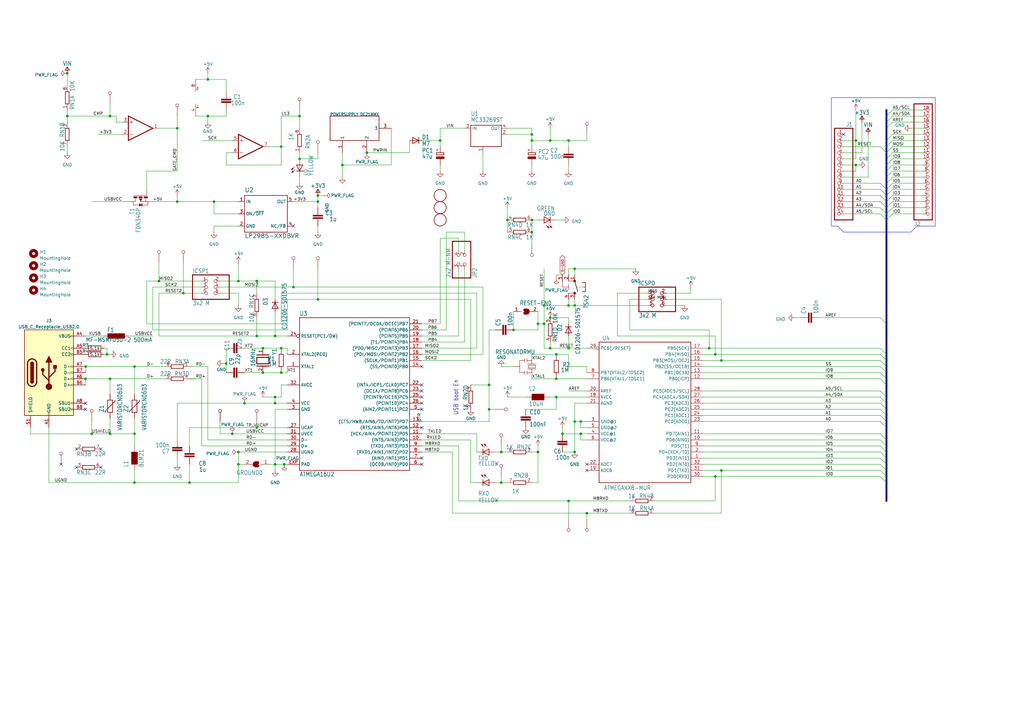
<source format=kicad_sch>
(kicad_sch (version 20230121) (generator eeschema)
  (paper "User" 425.45 298.45)
  (junction (at 241.3 175.26))
  (junction (at 96.52 180.34))
  (junction (at 106.68 116.84))
  (junction (at 45.72 48.26))
  (junction (at 99.06 193.04))
  (junction (at 238.76 111.76))
  (junction (at 45.72 157.48))
  (junction (at 55.88 180.34))
  (junction (at 86.36 48.26))
  (junction (at 238.76 127))
  (junction (at 299.72 149.86))
  (junction (at 66.04 116.84))
  (junction (at 109.22 154.94))
  (junction (at 238.76 175.26))
  (junction (at 132.08 83.82))
  (junction (at 241.3 180.34))
  (junction (at 203.2 160.02))
  (junction (at 73.66 83.82))
  (junction (at 114.3 167.64))
  (junction (at 203.2 170.18))
  (junction (at 226.06 127))
  (junction (at 27.94 30.48))
  (junction (at 114.3 165.1))
  (junction (at 35.56 157.48))
  (junction (at 243.84 213.36))
  (junction (at 124.46 66.04))
  (junction (at 236.22 144.78))
  (junction (at 220.98 58.42))
  (junction (at 231.14 147.32))
  (junction (at 27.94 48.26))
  (junction (at 45.72 180.34))
  (junction (at 93.98 151.13))
  (junction (at 355.6 58.42))
  (junction (at 38.1 180.34))
  (junction (at 228.6 144.78))
  (junction (at 132.08 124.46))
  (junction (at 208.28 187.96))
  (junction (at 223.52 134.62))
  (junction (at 116.84 60.96))
  (junction (at 109.22 144.78))
  (junction (at 114.3 193.04))
  (junction (at 121.92 119.38))
  (junction (at 220.98 96.52))
  (junction (at 88.9 83.82))
  (junction (at 355.6 68.58))
  (junction (at 223.52 187.96))
  (junction (at 114.3 139.7))
  (junction (at 297.18 147.32))
  (junction (at 236.22 208.28))
  (junction (at 236.22 58.42))
  (junction (at 210.82 91.44))
  (junction (at 55.88 152.4))
  (junction (at 142.24 68.58))
  (junction (at 238.76 187.96))
  (junction (at 213.36 137.16))
  (junction (at 101.6 167.64))
  (junction (at 116.84 144.78))
  (junction (at 118.11 193.04))
  (junction (at 86.36 33.02))
  (junction (at 73.66 53.34))
  (junction (at 294.64 144.78))
  (junction (at 228.6 132.08))
  (junction (at 233.68 180.34))
  (junction (at 44.45 147.32))
  (junction (at 152.4 63.5))
  (junction (at 78.74 200.66))
  (junction (at 297.18 198.12))
  (junction (at 35.56 152.4))
  (junction (at 124.46 48.26))
  (junction (at 231.14 157.48))
  (junction (at 299.72 195.58))
  (junction (at 55.88 200.66))
  (junction (at 106.68 139.7))
  (junction (at 182.88 58.42))
  (junction (at 208.28 200.66))
  (junction (at 231.14 165.1))
  (junction (at 220.98 91.44))
  (junction (at 226.06 134.62))
  (junction (at 236.22 127))
  (junction (at 132.08 81.28))
  (junction (at 220.98 55.88))
  (junction (at 106.68 177.8))
  (junction (at 116.84 154.94))
  (junction (at 99.06 116.84))
  (junction (at 99.06 187.96))
  (junction (at 228.6 58.42))
  (junction (at 76.2 121.92))
  (no_connect (at 175.26 190.5))
  (no_connect (at 175.26 160.02))
  (no_connect (at 175.26 167.64))
  (no_connect (at 243.84 193.04))
  (no_connect (at 175.26 170.18))
  (no_connect (at 31.75 186.69))
  (no_connect (at 121.92 93.98))
  (no_connect (at 175.26 162.56))
  (no_connect (at 175.26 193.04))
  (no_connect (at 175.26 177.8))
  (no_connect (at 175.26 152.4))
  (no_connect (at 41.91 186.69))
  (no_connect (at 31.75 194.31))
  (no_connect (at 175.26 165.1))
  (no_connect (at 350.52 55.88))
  (no_connect (at 25.4 193.04))
  (no_connect (at 35.56 167.64))
  (no_connect (at 243.84 195.58))
  (no_connect (at 35.56 170.18))
  (no_connect (at 41.91 194.31))
  (bus_entry (at 365.76 182.88) (size 2.54 2.54))
  (bus_entry (at 365.76 187.96) (size 2.54 2.54))
  (bus_entry (at 370.84 45.72) (size -2.54 2.54))
  (bus_entry (at 370.84 48.26) (size -2.54 2.54))
  (bus_entry (at 365.76 60.96) (size 2.54 2.54))
  (bus_entry (at 365.76 162.56) (size 2.54 2.54))
  (bus_entry (at 370.84 83.82) (size -2.54 2.54))
  (bus_entry (at 370.84 63.5) (size -2.54 2.54))
  (bus_entry (at 370.84 71.12) (size -2.54 2.54))
  (bus_entry (at 365.76 195.58) (size 2.54 2.54))
  (bus_entry (at 365.76 175.26) (size 2.54 2.54))
  (bus_entry (at 365.76 144.78) (size 2.54 2.54))
  (bus_entry (at 370.84 58.42) (size -2.54 2.54))
  (bus_entry (at 365.76 76.2) (size 2.54 2.54))
  (bus_entry (at 370.84 81.28) (size -2.54 2.54))
  (bus_entry (at 365.76 83.82) (size 2.54 2.54))
  (bus_entry (at 365.76 167.64) (size 2.54 2.54))
  (bus_entry (at 370.84 73.66) (size -2.54 2.54))
  (bus_entry (at 365.76 180.34) (size 2.54 2.54))
  (bus_entry (at 365.76 165.1) (size 2.54 2.54))
  (bus_entry (at 365.76 193.04) (size 2.54 2.54))
  (bus_entry (at 365.76 190.5) (size 2.54 2.54))
  (bus_entry (at 365.76 86.36) (size 2.54 2.54))
  (bus_entry (at 365.76 152.4) (size 2.54 2.54))
  (bus_entry (at 370.84 66.04) (size -2.54 2.54))
  (bus_entry (at 365.76 172.72) (size 2.54 2.54))
  (bus_entry (at 370.84 60.96) (size -2.54 2.54))
  (bus_entry (at 365.76 88.9) (size 2.54 2.54))
  (bus_entry (at 370.84 68.58) (size -2.54 2.54))
  (bus_entry (at 365.76 78.74) (size 2.54 2.54))
  (bus_entry (at 365.76 154.94) (size 2.54 2.54))
  (bus_entry (at 370.84 50.8) (size -2.54 2.54))
  (bus_entry (at 370.84 88.9) (size -2.54 2.54))
  (bus_entry (at 370.84 86.36) (size -2.54 2.54))
  (bus_entry (at 370.84 55.88) (size -2.54 2.54))
  (bus_entry (at 370.84 78.74) (size -2.54 2.54))
  (bus_entry (at 370.84 76.2) (size -2.54 2.54))
  (bus_entry (at 365.76 157.48) (size 2.54 2.54))
  (bus_entry (at 365.76 132.08) (size 2.54 2.54))
  (bus_entry (at 365.76 147.32) (size 2.54 2.54))
  (bus_entry (at 365.76 81.28) (size 2.54 2.54))
  (bus_entry (at 365.76 185.42) (size 2.54 2.54))
  (bus_entry (at 365.76 149.86) (size 2.54 2.54))
  (bus_entry (at 365.76 170.18) (size 2.54 2.54))
  (bus_entry (at 365.76 198.12) (size 2.54 2.54))
  (wire (pts (xy 236.22 132.08) (xy 236.22 134.62)) (stroke (width 0.1524)))
  (wire (pts (xy 213.36 152.4) (xy 208.28 152.4)) (stroke (width 0.1524)))
  (wire (pts (xy 350.52 71.12) (xy 355.6 71.12)) (stroke (width 0.1524)))
  (wire (pts (xy 261.62 213.36) (xy 243.84 213.36)) (stroke (width 0.1524)))
  (bus (pts (xy 368.3 177.8) (xy 368.3 182.88)) (stroke (width 0.762)))
  (wire (pts (xy 292.1 182.88) (xy 365.76 182.88)) (stroke (width 0.1524)))
  (wire (pts (xy 111.76 60.96) (xy 116.84 60.96)) (stroke (width 0.1524)))
  (polyline (pts (xy 381 93.98) (xy 388.62 93.98)) (stroke (width 0.1524) (type solid)))
  (wire (pts (xy 83.82 185.42) (xy 119.38 185.42)) (stroke (width 0.1524)))
  (wire (pts (xy 241.3 180.34) (xy 233.68 180.34)) (stroke (width 0.1524)))
  (wire (pts (xy 45.72 157.48) (xy 38.1 157.48)) (stroke (width 0.1524)))
  (wire (pts (xy 78.74 193.04) (xy 78.74 200.66)) (stroke (width 0.1524)))
  (wire (pts (xy 205.74 137.16) (xy 203.2 137.16)) (stroke (width 0.1524)))
  (wire (pts (xy 203.2 175.26) (xy 203.2 170.18)) (stroke (width 0.1524)))
  (wire (pts (xy 220.98 96.52) (xy 220.98 91.44)) (stroke (width 0.1524)))
  (wire (pts (xy 106.68 139.7) (xy 106.68 132.08)) (stroke (width 0.1524)))
  (wire (pts (xy 91.44 180.34) (xy 96.52 180.34)) (stroke (width 0.1524)))
  (wire (pts (xy 294.64 144.78) (xy 365.76 144.78)) (stroke (width 0.1524)))
  (wire (pts (xy 12.7 180.34) (xy 12.7 177.8)) (stroke (width 0.1524)))
  (bus (pts (xy 368.3 198.12) (xy 368.3 200.66)) (stroke (width 0.762)))
  (wire (pts (xy 116.84 144.78) (xy 119.38 144.78)) (stroke (width 0.1524)))
  (wire (pts (xy 124.46 76.2) (xy 124.46 73.66)) (stroke (width 0.1524)))
  (wire (pts (xy 190.5 104.14) (xy 190.5 99.06)) (stroke (width 0.1524)))
  (wire (pts (xy 66.04 121.92) (xy 76.2 121.92)) (stroke (width 0.1524)))
  (wire (pts (xy 231.14 157.48) (xy 220.98 157.48)) (stroke (width 0.1524)))
  (wire (pts (xy 119.38 182.88) (xy 86.36 182.88)) (stroke (width 0.1524)))
  (wire (pts (xy 190.5 208.28) (xy 236.22 208.28)) (stroke (width 0.1524)))
  (wire (pts (xy 340.36 132.08) (xy 365.76 132.08)) (stroke (width 0.1524)))
  (wire (pts (xy 96.52 58.42) (xy 83.82 58.42)) (stroke (width 0.1524)))
  (wire (pts (xy 220.98 68.58) (xy 220.98 71.12)) (stroke (width 0.1524)))
  (wire (pts (xy 292.1 144.78) (xy 294.64 144.78)) (stroke (width 0.1524)))
  (wire (pts (xy 355.6 68.58) (xy 350.52 68.58)) (stroke (width 0.1524)))
  (wire (pts (xy 297.18 198.12) (xy 292.1 198.12)) (stroke (width 0.1524)))
  (bus (pts (xy 368.3 170.18) (xy 368.3 172.72)) (stroke (width 0.762)))
  (bus (pts (xy 368.3 195.58) (xy 368.3 198.12)) (stroke (width 0.762)))
  (wire (pts (xy 223.52 91.44) (xy 220.98 91.44)) (stroke (width 0.1524)))
  (wire (pts (xy 236.22 127) (xy 226.06 127)) (stroke (width 0.1524)))
  (bus (pts (xy 368.3 147.32) (xy 368.3 149.86)) (stroke (width 0.762)))
  (wire (pts (xy 55.88 185.42) (xy 55.88 180.34)) (stroke (width 0.1524)))
  (bus (pts (xy 368.3 187.96) (xy 368.3 190.5)) (stroke (width 0.762)))
  (wire (pts (xy 86.36 50.8) (xy 86.36 48.26)) (stroke (width 0.1524)))
  (wire (pts (xy 27.94 35.56) (xy 27.94 30.48)) (stroke (width 0.1524)))
  (polyline (pts (xy 347.98 93.98) (xy 350.52 96.52)) (stroke (width 0.1524) (type solid)))
  (wire (pts (xy 243.84 213.36) (xy 187.96 213.36)) (stroke (width 0.1524)))
  (wire (pts (xy 99.06 187.96) (xy 119.38 187.96)) (stroke (width 0.1524)))
  (wire (pts (xy 256.54 121.92) (xy 256.54 139.7)) (stroke (width 0.1524)))
  (wire (pts (xy 92.71 151.13) (xy 93.98 151.13)))
  (wire (pts (xy 101.6 193.04) (xy 99.06 193.04)) (stroke (width 0.1524)))
  (wire (pts (xy 93.98 33.02) (xy 93.98 38.1)) (stroke (width 0.1524)))
  (wire (pts (xy 175.26 185.42) (xy 190.5 185.42)) (stroke (width 0.1524)))
  (wire (pts (xy 99.06 116.84) (xy 106.68 116.84)) (stroke (width 0.1524)))
  (wire (pts (xy 109.22 144.78) (xy 101.6 144.78)) (stroke (width 0.1524)))
  (wire (pts (xy 231.14 114.3) (xy 233.68 114.3)))
  (wire (pts (xy 116.84 121.92) (xy 116.84 134.62)) (stroke (width 0.1524)))
  (wire (pts (xy 292.1 154.94) (xy 365.76 154.94)) (stroke (width 0.1524)))
  (bus (pts (xy 368.3 76.2) (xy 368.3 78.74)) (stroke (width 0.762)))
  (wire (pts (xy 101.6 167.64) (xy 73.66 167.64)) (stroke (width 0.1524)))
  (wire (pts (xy 109.22 165.1) (xy 114.3 165.1)) (stroke (width 0.1524)))
  (wire (pts (xy 132.08 81.28) (xy 132.08 83.82)) (stroke (width 0.1524)))
  (polyline (pts (xy 388.62 93.98) (xy 388.62 40.64)) (stroke (width 0.1524) (type solid)))
  (wire (pts (xy 43.18 144.78) (xy 44.45 144.78)))
  (bus (pts (xy 368.3 152.4) (xy 368.3 154.94)) (stroke (width 0.762)))
  (wire (pts (xy 203.2 170.18) (xy 203.2 160.02)) (stroke (width 0.1524)))
  (wire (pts (xy 195.58 182.88) (xy 175.26 182.88)) (stroke (width 0.1524)))
  (wire (pts (xy 81.28 33.02) (xy 86.36 33.02)) (stroke (width 0.1524)))
  (bus (pts (xy 368.3 134.62) (xy 368.3 147.32)) (stroke (width 0.762)))
  (wire (pts (xy 297.18 147.32) (xy 292.1 147.32)) (stroke (width 0.1524)))
  (wire (pts (xy 119.38 170.18) (xy 114.3 170.18)) (stroke (width 0.1524)))
  (wire (pts (xy 218.44 170.18) (xy 231.14 170.18)) (stroke (width 0.1524)))
  (wire (pts (xy 243.84 157.48) (xy 231.14 157.48)) (stroke (width 0.1524)))
  (wire (pts (xy 231.14 170.18) (xy 231.14 165.1)) (stroke (width 0.1524)))
  (wire (pts (xy 210.82 55.88) (xy 220.98 55.88)) (stroke (width 0.1524)))
  (wire (pts (xy 355.6 66.04) (xy 355.6 58.42)) (stroke (width 0.1524)))
  (bus (pts (xy 368.3 83.82) (xy 368.3 86.36)) (stroke (width 0.762)))
  (wire (pts (xy 236.22 208.28) (xy 261.62 208.28)) (stroke (width 0.1524)))
  (wire (pts (xy 86.36 152.4) (xy 86.36 182.88)) (stroke (width 0.1524)))
  (wire (pts (xy 45.72 180.34) (xy 55.88 180.34)) (stroke (width 0.1524)))
  (wire (pts (xy 106.68 139.7) (xy 66.04 139.7)) (stroke (width 0.1524)))
  (wire (pts (xy 236.22 215.9) (xy 236.22 208.28)) (stroke (width 0.1524)))
  (wire (pts (xy 116.84 134.62) (xy 60.96 134.62)) (stroke (width 0.1524)))
  (wire (pts (xy 383.54 48.26) (xy 370.84 48.26)) (stroke (width 0.1524)))
  (wire (pts (xy 119.38 193.04) (xy 118.11 193.04)) (stroke (width 0.1524)))
  (wire (pts (xy 78.74 157.48) (xy 83.82 157.48)) (stroke (width 0.1524)))
  (wire (pts (xy 109.22 144.78) (xy 116.84 144.78)) (stroke (width 0.1524)))
  (wire (pts (xy 116.84 68.58) (xy 93.98 68.58)) (stroke (width 0.1524)))
  (wire (pts (xy 360.68 73.66) (xy 360.68 55.88)) (stroke (width 0.1524)))
  (wire (pts (xy 297.18 198.12) (xy 365.76 198.12)) (stroke (width 0.1524)))
  (bus (pts (xy 368.3 86.36) (xy 368.3 88.9)) (stroke (width 0.762)))
  (wire (pts (xy 383.54 81.28) (xy 370.84 81.28)) (stroke (width 0.1524)))
  (wire (pts (xy 299.72 149.86) (xy 292.1 149.86)) (stroke (width 0.1524)))
  (wire (pts (xy 236.22 147.32) (xy 236.22 152.4)) (stroke (width 0.1524)))
  (wire (pts (xy 96.52 180.34) (xy 119.38 180.34)) (stroke (width 0.1524)))
  (wire (pts (xy 175.26 134.62) (xy 182.88 134.62)) (stroke (width 0.1524)))
  (wire (pts (xy 12.7 180.34) (xy 38.1 180.34)) (stroke (width 0.1524)))
  (wire (pts (xy 195.58 160.02) (xy 203.2 160.02)) (stroke (width 0.1524)))
  (bus (pts (xy 368.3 200.66) (xy 368.3 208.28)) (stroke (width 0.762)))
  (wire (pts (xy 205.74 170.18) (xy 203.2 170.18)) (stroke (width 0.1524)))
  (wire (pts (xy 210.82 200.66) (xy 208.28 200.66)) (stroke (width 0.1524)))
  (wire (pts (xy 223.52 187.96) (xy 223.52 200.66)) (stroke (width 0.1524)))
  (wire (pts (xy 193.04 96.52) (xy 193.04 104.14)) (stroke (width 0.1524)))
  (wire (pts (xy 78.74 152.4) (xy 86.36 152.4)) (stroke (width 0.1524)))
  (wire (pts (xy 124.46 53.34) (xy 124.46 48.26)) (stroke (width 0.1524)))
  (wire (pts (xy 35.56 152.4) (xy 38.1 152.4)))
  (wire (pts (xy 226.06 134.62) (xy 226.06 144.78)) (stroke (width 0.1524)))
  (wire (pts (xy 175.26 137.16) (xy 185.42 137.16)) (stroke (width 0.1524)))
  (wire (pts (xy 243.84 180.34) (xy 241.3 180.34)) (stroke (width 0.1524)))
  (wire (pts (xy 236.22 68.58) (xy 236.22 71.12)) (stroke (width 0.1524)))
  (wire (pts (xy 73.66 83.82) (xy 73.66 81.28)) (stroke (width 0.1524)))
  (wire (pts (xy 210.82 165.1) (xy 218.44 165.1)) (stroke (width 0.1524)))
  (wire (pts (xy 78.74 185.42) (xy 78.74 177.8)) (stroke (width 0.1524)))
  (wire (pts (xy 198.12 180.34) (xy 175.26 180.34)) (stroke (width 0.1524)))
  (wire (pts (xy 195.58 149.86) (xy 195.58 124.46)) (stroke (width 0.1524)))
  (wire (pts (xy 142.24 68.58) (xy 142.24 73.66)) (stroke (width 0.1524)))
  (wire (pts (xy 269.24 127) (xy 238.76 127)) (stroke (width 0.1524)))
  (wire (pts (xy 38.1 175.26) (xy 38.1 180.34)) (stroke (width 0.1524)))
  (wire (pts (xy 238.76 111.76) (xy 238.76 114.3)) (stroke (width 0.1524)))
  (wire (pts (xy 55.88 152.4) (xy 68.58 152.4)) (stroke (width 0.1524)))
  (bus (pts (xy 368.3 149.86) (xy 368.3 152.4)) (stroke (width 0.762)))
  (wire (pts (xy 175.26 142.24) (xy 193.04 142.24)) (stroke (width 0.1524)))
  (wire (pts (xy 350.52 60.96) (xy 365.76 60.96)) (stroke (width 0.1524)))
  (wire (pts (xy 83.82 157.48) (xy 83.82 185.42)) (stroke (width 0.1524)))
  (wire (pts (xy 231.14 114.3) (xy 231.14 115.57)))
  (wire (pts (xy 261.62 137.16) (xy 294.64 137.16)) (stroke (width 0.1524)))
  (wire (pts (xy 236.22 139.7) (xy 236.22 144.78)) (stroke (width 0.1524)))
  (wire (pts (xy 358.14 63.5) (xy 358.14 50.8)) (stroke (width 0.1524)))
  (wire (pts (xy 241.3 175.26) (xy 243.84 175.26)) (stroke (width 0.1524)))
  (wire (pts (xy 383.54 55.88) (xy 370.84 55.88)) (stroke (width 0.1524)))
  (bus (pts (xy 368.3 160.02) (xy 368.3 165.1)) (stroke (width 0.762)))
  (wire (pts (xy 228.6 58.42) (xy 236.22 58.42)) (stroke (width 0.1524)))
  (wire (pts (xy 93.98 63.5) (xy 96.52 63.5)) (stroke (width 0.1524)))
  (wire (pts (xy 383.54 45.72) (xy 370.84 45.72)) (stroke (width 0.1524)))
  (wire (pts (xy 228.6 144.78) (xy 226.06 144.78)) (stroke (width 0.1524)))
  (wire (pts (xy 53.34 139.7) (xy 63.5 139.7)))
  (wire (pts (xy 198.12 121.92) (xy 116.84 121.92)) (stroke (width 0.1524)))
  (wire (pts (xy 121.92 119.38) (xy 91.44 119.38)) (stroke (width 0.1524)))
  (wire (pts (xy 299.72 195.58) (xy 365.76 195.58)) (stroke (width 0.1524)))
  (wire (pts (xy 132.08 96.52) (xy 132.08 93.98)) (stroke (width 0.1524)))
  (wire (pts (xy 383.54 71.12) (xy 370.84 71.12)) (stroke (width 0.1524)))
  (wire (pts (xy 187.96 213.36) (xy 187.96 187.96)) (stroke (width 0.1524)))
  (wire (pts (xy 383.54 58.42) (xy 370.84 58.42)) (stroke (width 0.1524)))
  (wire (pts (xy 238.76 167.64) (xy 238.76 175.26)) (stroke (width 0.1524)))
  (bus (pts (xy 368.3 68.58) (xy 368.3 71.12)) (stroke (width 0.762)))
  (wire (pts (xy 292.1 187.96) (xy 365.76 187.96)) (stroke (width 0.1524)))
  (wire (pts (xy 121.92 83.82) (xy 132.08 83.82)) (stroke (width 0.1524)))
  (wire (pts (xy 238.76 187.96) (xy 233.68 187.96)) (stroke (width 0.1524)))
  (wire (pts (xy 292.1 193.04) (xy 365.76 193.04)) (stroke (width 0.1524)))
  (wire (pts (xy 220.98 200.66) (xy 223.52 200.66)) (stroke (width 0.1524)))
  (wire (pts (xy 243.84 182.88) (xy 241.3 182.88)) (stroke (width 0.1524)))
  (wire (pts (xy 236.22 111.76) (xy 236.22 114.3)) (stroke (width 0.1524)))
  (wire (pts (xy 220.98 53.34) (xy 220.98 55.88)) (stroke (width 0.1524)))
  (wire (pts (xy 175.26 149.86) (xy 195.58 149.86)) (stroke (width 0.1524)))
  (wire (pts (xy 91.44 116.84) (xy 99.06 116.84)) (stroke (width 0.1524)))
  (wire (pts (xy 66.04 109.22) (xy 66.04 116.84)) (stroke (width 0.1524)))
  (wire (pts (xy 45.72 157.48) (xy 45.72 163.83)) (stroke (width 0.1524)))
  (wire (pts (xy 292.1 190.5) (xy 365.76 190.5)) (stroke (width 0.1524)))
  (wire (pts (xy 106.68 177.8) (xy 106.68 175.26)) (stroke (width 0.1524)))
  (wire (pts (xy 236.22 124.46) (xy 236.22 127)) (stroke (width 0.1524)))
  (wire (pts (xy 73.66 53.34) (xy 66.04 53.34)) (stroke (width 0.1524)))
  (wire (pts (xy 243.84 144.78) (xy 236.22 144.78)) (stroke (width 0.1524)))
  (wire (pts (xy 119.38 160.02) (xy 116.84 160.02)) (stroke (width 0.1524)))
  (wire (pts (xy 73.66 167.64) (xy 73.66 182.88)) (stroke (width 0.1524)))
  (wire (pts (xy 114.3 165.1) (xy 114.3 167.64)) (stroke (width 0.1524)))
  (wire (pts (xy 43.18 147.32) (xy 44.45 147.32)))
  (polyline (pts (xy 345.44 40.64) (xy 345.44 93.98)) (stroke (width 0.1524) (type solid)))
  (wire (pts (xy 60.96 116.84) (xy 66.04 116.84)) (stroke (width 0.1524)))
  (wire (pts (xy 78.74 157.48) (xy 81.28 157.48)))
  (wire (pts (xy 269.24 121.92) (xy 256.54 121.92)) (stroke (width 0.1524)))
  (wire (pts (xy 134.62 81.28) (xy 132.08 81.28)))
  (wire (pts (xy 350.52 76.2) (xy 365.76 76.2)) (stroke (width 0.1524)))
  (wire (pts (xy 203.2 160.02) (xy 203.2 137.16)) (stroke (width 0.1524)))
  (wire (pts (xy 292.1 152.4) (xy 365.76 152.4)) (stroke (width 0.1524)))
  (wire (pts (xy 116.84 48.26) (xy 116.84 60.96)) (stroke (width 0.1524)))
  (wire (pts (xy 210.82 96.52) (xy 210.82 91.44)) (stroke (width 0.1524)))
  (wire (pts (xy 99.06 93.98) (xy 88.9 93.98)) (stroke (width 0.1524)))
  (bus (pts (xy 368.3 73.66) (xy 368.3 76.2)) (stroke (width 0.762)))
  (wire (pts (xy 114.3 139.7) (xy 106.68 139.7)) (stroke (width 0.1524)))
  (wire (pts (xy 20.32 200.66) (xy 20.32 177.8)) (stroke (width 0.1524)))
  (wire (pts (xy 210.82 53.34) (xy 220.98 53.34)) (stroke (width 0.1524)))
  (wire (pts (xy 121.92 119.38) (xy 121.92 111.76)) (stroke (width 0.1524)))
  (bus (pts (xy 368.3 53.34) (xy 368.3 58.42)) (stroke (width 0.762)))
  (wire (pts (xy 106.68 116.84) (xy 114.3 116.84)) (stroke (width 0.1524)))
  (polyline (pts (xy 378.46 96.52) (xy 381 93.98)) (stroke (width 0.1524) (type solid)))
  (wire (pts (xy 228.6 53.34) (xy 228.6 58.42)) (stroke (width 0.1524)))
  (wire (pts (xy 73.66 83.82) (xy 88.9 83.82)) (stroke (width 0.1524)))
  (wire (pts (xy 198.12 200.66) (xy 195.58 200.66)) (stroke (width 0.1524)))
  (wire (pts (xy 114.3 129.54) (xy 114.3 139.7)) (stroke (width 0.1524)))
  (wire (pts (xy 198.12 187.96) (xy 198.12 180.34)) (stroke (width 0.1524)))
  (wire (pts (xy 233.68 91.44) (xy 231.14 91.44)) (stroke (width 0.1524)))
  (wire (pts (xy 350.52 58.42) (xy 355.6 58.42)) (stroke (width 0.1524)))
  (wire (pts (xy 208.28 187.96) (xy 205.74 187.96)) (stroke (width 0.1524)))
  (wire (pts (xy 208.28 198.12) (xy 208.28 200.66)) (stroke (width 0.1524)))
  (wire (pts (xy 243.84 177.8) (xy 241.3 177.8)) (stroke (width 0.1524)))
  (wire (pts (xy 350.52 83.82) (xy 365.76 83.82)) (stroke (width 0.1524)))
  (wire (pts (xy 238.76 127) (xy 236.22 127)) (stroke (width 0.1524)))
  (wire (pts (xy 383.54 60.96) (xy 370.84 60.96)) (stroke (width 0.1524)))
  (bus (pts (xy 368.3 60.96) (xy 368.3 63.5)) (stroke (width 0.762)))
  (wire (pts (xy 119.38 167.64) (xy 114.3 167.64)) (stroke (width 0.1524)))
  (wire (pts (xy 175.26 147.32) (xy 200.66 147.32)) (stroke (width 0.1524)))
  (wire (pts (xy 243.84 165.1) (xy 231.14 165.1)) (stroke (width 0.1524)))
  (wire (pts (xy 350.52 81.28) (xy 365.76 81.28)) (stroke (width 0.1524)))
  (wire (pts (xy 195.58 124.46) (xy 132.08 124.46)) (stroke (width 0.1524)))
  (wire (pts (xy 55.88 173.99) (xy 55.88 180.34)) (stroke (width 0.1524)))
  (wire (pts (xy 193.04 53.34) (xy 182.88 53.34)) (stroke (width 0.1524)))
  (wire (pts (xy 76.2 109.22) (xy 76.2 121.92)) (stroke (width 0.1524)))
  (wire (pts (xy 241.3 182.88) (xy 241.3 180.34)) (stroke (width 0.1524)))
  (wire (pts (xy 20.32 200.66) (xy 55.88 200.66)) (stroke (width 0.1524)))
  (wire (pts (xy 383.54 78.74) (xy 370.84 78.74)) (stroke (width 0.1524)))
  (wire (pts (xy 99.06 200.66) (xy 99.06 193.04)) (stroke (width 0.1524)))
  (bus (pts (xy 368.3 63.5) (xy 368.3 66.04)) (stroke (width 0.762)))
  (wire (pts (xy 44.45 147.32) (xy 45.72 147.32)))
  (wire (pts (xy 213.36 137.16) (xy 223.52 137.16)) (stroke (width 0.1524)))
  (wire (pts (xy 109.22 154.94) (xy 101.6 154.94)) (stroke (width 0.1524)))
  (wire (pts (xy 383.54 63.5) (xy 370.84 63.5)) (stroke (width 0.1524)))
  (wire (pts (xy 119.38 124.46) (xy 119.38 137.16)) (stroke (width 0.1524)))
  (wire (pts (xy 241.3 177.8) (xy 241.3 175.26)) (stroke (width 0.1524)))
  (wire (pts (xy 198.12 144.78) (xy 198.12 121.92)) (stroke (width 0.1524)))
  (bus (pts (xy 368.3 66.04) (xy 368.3 68.58)) (stroke (width 0.762)))
  (wire (pts (xy 175.26 175.26) (xy 203.2 175.26)) (stroke (width 0.1524)))
  (wire (pts (xy 27.94 48.26) (xy 45.72 48.26)) (stroke (width 0.1524)))
  (wire (pts (xy 93.98 45.72) (xy 93.98 48.26)) (stroke (width 0.1524)))
  (wire (pts (xy 220.98 60.96) (xy 220.98 58.42)) (stroke (width 0.1524)))
  (wire (pts (xy 73.66 48.26) (xy 73.66 53.34)) (stroke (width 0.1524)))
  (wire (pts (xy 132.08 66.04) (xy 132.08 63.5)) (stroke (width 0.1524)))
  (wire (pts (xy 193.04 142.24) (xy 193.04 111.76)) (stroke (width 0.1524)))
  (wire (pts (xy 299.72 149.86) (xy 365.76 149.86)) (stroke (width 0.1524)))
  (wire (pts (xy 55.88 152.4) (xy 55.88 163.83)) (stroke (width 0.1524)))
  (wire (pts (xy 383.54 76.2) (xy 370.84 76.2)) (stroke (width 0.1524)))
  (wire (pts (xy 38.1 83.82) (xy 53.34 83.82)) (stroke (width 0.1524)))
  (wire (pts (xy 292.1 180.34) (xy 365.76 180.34)) (stroke (width 0.1524)))
  (wire (pts (xy 223.52 187.96) (xy 223.52 185.42)) (stroke (width 0.1524)))
  (wire (pts (xy 350.52 73.66) (xy 360.68 73.66)) (stroke (width 0.1524)))
  (wire (pts (xy 243.84 167.64) (xy 238.76 167.64)) (stroke (width 0.1524)))
  (wire (pts (xy 256.54 139.7) (xy 297.18 139.7)) (stroke (width 0.1524)))
  (wire (pts (xy 220.98 58.42) (xy 228.6 58.42)) (stroke (width 0.1524)))
  (wire (pts (xy 55.88 195.58) (xy 55.88 200.66)) (stroke (width 0.1524)))
  (wire (pts (xy 66.04 139.7) (xy 66.04 121.92)) (stroke (width 0.1524)))
  (wire (pts (xy 200.66 147.32) (xy 200.66 119.38)) (stroke (width 0.1524)))
  (bus (pts (xy 368.3 172.72) (xy 368.3 175.26)) (stroke (width 0.762)))
  (wire (pts (xy 355.6 71.12) (xy 355.6 68.58)) (stroke (width 0.1524)))
  (wire (pts (xy 350.52 86.36) (xy 365.76 86.36)) (stroke (width 0.1524)))
  (bus (pts (xy 368.3 91.44) (xy 368.3 134.62)) (stroke (width 0.762)))
  (wire (pts (xy 119.38 137.16) (xy 63.5 137.16)) (stroke (width 0.1524)))
  (wire (pts (xy 231.14 147.32) (xy 236.22 147.32)) (stroke (width 0.1524)))
  (wire (pts (xy 292.1 195.58) (xy 299.72 195.58)) (stroke (width 0.1524)))
  (wire (pts (xy 195.58 200.66) (xy 195.58 182.88)) (stroke (width 0.1524)))
  (wire (pts (xy 93.98 68.58) (xy 93.98 63.5)) (stroke (width 0.1524)))
  (wire (pts (xy 238.76 187.96) (xy 238.76 175.26)) (stroke (width 0.1524)))
  (wire (pts (xy 185.42 96.52) (xy 193.04 96.52)) (stroke (width 0.1524)))
  (wire (pts (xy 66.04 116.84) (xy 83.82 116.84)) (stroke (width 0.1524)))
  (wire (pts (xy 55.88 200.66) (xy 78.74 200.66)) (stroke (width 0.1524)))
  (wire (pts (xy 223.52 134.62) (xy 223.52 129.54)) (stroke (width 0.1524)))
  (wire (pts (xy 238.76 175.26) (xy 241.3 175.26)) (stroke (width 0.1524)))
  (wire (pts (xy 142.24 68.58) (xy 162.56 68.58)) (stroke (width 0.1524)))
  (bus (pts (xy 368.3 58.42) (xy 368.3 60.96)) (stroke (width 0.762)))
  (wire (pts (xy 63.5 83.82) (xy 73.66 83.82)) (stroke (width 0.1524)))
  (wire (pts (xy 35.56 139.7) (xy 43.18 139.7)))
  (wire (pts (xy 119.38 139.7) (xy 114.3 139.7)) (stroke (width 0.1524)))
  (wire (pts (xy 182.88 58.42) (xy 182.88 53.34)) (stroke (width 0.1524)))
  (wire (pts (xy 38.1 180.34) (xy 45.72 180.34)) (stroke (width 0.1524)))
  (polyline (pts (xy 345.44 93.98) (xy 347.98 93.98)) (stroke (width 0.1524) (type solid)))
  (wire (pts (xy 185.42 137.16) (xy 185.42 96.52)) (stroke (width 0.1524)))
  (wire (pts (xy 210.82 91.44) (xy 210.82 86.36)) (stroke (width 0.1524)))
  (wire (pts (xy 383.54 86.36) (xy 370.84 86.36)) (stroke (width 0.1524)))
  (wire (pts (xy 208.28 200.66) (xy 205.74 200.66)) (stroke (width 0.1524)))
  (wire (pts (xy 292.1 167.64) (xy 365.76 167.64)) (stroke (width 0.1524)))
  (wire (pts (xy 106.68 116.84) (xy 106.68 121.92)) (stroke (width 0.1524)))
  (wire (pts (xy 63.5 119.38) (xy 83.82 119.38)) (stroke (width 0.1524)))
  (wire (pts (xy 210.82 187.96) (xy 208.28 187.96)) (stroke (width 0.1524)))
  (bus (pts (xy 368.3 154.94) (xy 368.3 157.48)) (stroke (width 0.762)))
  (wire (pts (xy 162.56 68.58) (xy 162.56 53.34)) (stroke (width 0.1524)))
  (wire (pts (xy 88.9 83.82) (xy 99.06 83.82)) (stroke (width 0.1524)))
  (wire (pts (xy 99.06 121.92) (xy 99.06 127)) (stroke (width 0.1524)))
  (wire (pts (xy 236.22 144.78) (xy 228.6 144.78)) (stroke (width 0.1524)))
  (wire (pts (xy 238.76 124.46) (xy 238.76 127)) (stroke (width 0.1524)))
  (bus (pts (xy 368.3 81.28) (xy 368.3 83.82)) (stroke (width 0.762)))
  (wire (pts (xy 35.56 157.48) (xy 35.56 160.02)))
  (wire (pts (xy 330.2 132.08) (xy 332.74 132.08)) (stroke (width 0.1524)))
  (wire (pts (xy 93.98 151.13) (xy 93.98 154.94)) (stroke (width 0.1524)))
  (wire (pts (xy 223.52 134.62) (xy 226.06 134.62)) (stroke (width 0.1524)))
  (wire (pts (xy 297.18 139.7) (xy 297.18 147.32)) (stroke (width 0.1524)))
  (wire (pts (xy 356.87 68.58) (xy 355.6 68.58)))
  (wire (pts (xy 35.56 157.48) (xy 38.1 157.48)))
  (wire (pts (xy 299.72 213.36) (xy 299.72 195.58)) (stroke (width 0.1524)))
  (wire (pts (xy 287.02 119.38) (xy 287.02 121.92)) (stroke (width 0.1524)))
  (wire (pts (xy 76.2 121.92) (xy 83.82 121.92)) (stroke (width 0.1524)))
  (wire (pts (xy 297.18 208.28) (xy 297.18 198.12)) (stroke (width 0.1524)))
  (wire (pts (xy 261.62 124.46) (xy 261.62 137.16)) (stroke (width 0.1524)))
  (wire (pts (xy 78.74 200.66) (xy 99.06 200.66)) (stroke (width 0.1524)))
  (bus (pts (xy 368.3 50.8) (xy 368.3 53.34)) (stroke (width 0.762)))
  (wire (pts (xy 114.3 195.58) (xy 114.3 193.04)) (stroke (width 0.1524)))
  (wire (pts (xy 269.24 124.46) (xy 261.62 124.46)) (stroke (width 0.1524)))
  (wire (pts (xy 182.88 71.12) (xy 182.88 68.58)) (stroke (width 0.1524)))
  (wire (pts (xy 231.14 165.1) (xy 228.6 165.1)) (stroke (width 0.1524)))
  (wire (pts (xy 27.94 63.5) (xy 27.94 60.96)) (stroke (width 0.1524)))
  (wire (pts (xy 238.76 111.76) (xy 264.16 111.76)) (stroke (width 0.1524)))
  (wire (pts (xy 111.76 193.04) (xy 114.3 193.04)) (stroke (width 0.1524)))
  (wire (pts (xy 116.84 154.94) (xy 119.38 154.94)) (stroke (width 0.1524)))
  (wire (pts (xy 175.26 144.78) (xy 198.12 144.78)) (stroke (width 0.1524)))
  (wire (pts (xy 287.02 121.92) (xy 276.86 121.92)) (stroke (width 0.1524)))
  (bus (pts (xy 368.3 88.9) (xy 368.3 91.44)) (stroke (width 0.762)))
  (wire (pts (xy 45.72 43.18) (xy 45.72 48.26)) (stroke (width 0.1524)))
  (wire (pts (xy 383.54 73.66) (xy 370.84 73.66)) (stroke (width 0.1524)))
  (wire (pts (xy 284.48 127) (xy 276.86 127)) (stroke (width 0.1524)))
  (wire (pts (xy 45.72 180.34) (xy 45.72 173.99)) (stroke (width 0.1524)))
  (wire (pts (xy 236.22 58.42) (xy 236.22 60.96)) (stroke (width 0.1524)))
  (wire (pts (xy 292.1 185.42) (xy 365.76 185.42)) (stroke (width 0.1524)))
  (wire (pts (xy 228.6 142.24) (xy 228.6 144.78)) (stroke (width 0.1524)))
  (polyline (pts (xy 350.52 96.52) (xy 378.46 96.52)) (stroke (width 0.1524) (type solid)))
  (wire (pts (xy 116.84 154.94) (xy 109.22 154.94)) (stroke (width 0.1524)))
  (bus (pts (xy 368.3 167.64) (xy 368.3 170.18)) (stroke (width 0.762)))
  (bus (pts (xy 368.3 185.42) (xy 368.3 187.96)) (stroke (width 0.762)))
  (wire (pts (xy 99.06 116.84) (xy 99.06 109.22)) (stroke (width 0.1524)))
  (wire (pts (xy 124.46 45.72) (xy 124.46 48.26)) (stroke (width 0.1524)))
  (wire (pts (xy 292.1 157.48) (xy 365.76 157.48)) (stroke (width 0.1524)))
  (wire (pts (xy 99.06 193.04) (xy 99.06 187.96)) (stroke (width 0.1524)))
  (bus (pts (xy 368.3 193.04) (xy 368.3 195.58)) (stroke (width 0.762)))
  (wire (pts (xy 220.98 187.96) (xy 223.52 187.96)) (stroke (width 0.1524)))
  (wire (pts (xy 93.98 48.26) (xy 86.36 48.26)) (stroke (width 0.1524)))
  (wire (pts (xy 220.98 55.88) (xy 220.98 58.42)) (stroke (width 0.1524)))
  (wire (pts (xy 292.1 162.56) (xy 365.76 162.56)) (stroke (width 0.1524)))
  (wire (pts (xy 35.56 152.4) (xy 35.56 154.94)))
  (wire (pts (xy 226.06 127) (xy 226.06 111.76)) (stroke (width 0.1524)))
  (wire (pts (xy 243.84 215.9) (xy 243.84 213.36)) (stroke (width 0.1524)))
  (wire (pts (xy 292.1 172.72) (xy 365.76 172.72)) (stroke (width 0.1524)))
  (wire (pts (xy 350.52 88.9) (xy 365.76 88.9)) (stroke (width 0.1524)))
  (wire (pts (xy 124.46 66.04) (xy 132.08 66.04)) (stroke (width 0.1524)))
  (wire (pts (xy 132.08 124.46) (xy 119.38 124.46)) (stroke (width 0.1524)))
  (wire (pts (xy 60.96 134.62) (xy 60.96 116.84)) (stroke (width 0.1524)))
  (wire (pts (xy 190.5 139.7) (xy 190.5 111.76)) (stroke (width 0.1524)))
  (wire (pts (xy 350.52 63.5) (xy 358.14 63.5)) (stroke (width 0.1524)))
  (wire (pts (xy 271.78 213.36) (xy 299.72 213.36)) (stroke (width 0.1524)))
  (bus (pts (xy 368.3 71.12) (xy 368.3 73.66)) (stroke (width 0.762)))
  (wire (pts (xy 132.08 124.46) (xy 132.08 111.76)) (stroke (width 0.1524)))
  (wire (pts (xy 175.26 139.7) (xy 190.5 139.7)) (stroke (width 0.1524)))
  (wire (pts (xy 118.11 193.04) (xy 114.3 193.04)) (stroke (width 0.1524)))
  (wire (pts (xy 116.84 60.96) (xy 116.84 68.58)) (stroke (width 0.1524)))
  (wire (pts (xy 299.72 124.46) (xy 299.72 149.86)) (stroke (width 0.1524)))
  (wire (pts (xy 119.38 177.8) (xy 106.68 177.8)) (stroke (width 0.1524)))
  (wire (pts (xy 116.84 160.02) (xy 116.84 165.1)) (stroke (width 0.1524)))
  (bus (pts (xy 368.3 165.1) (xy 368.3 167.64)) (stroke (width 0.762)))
  (wire (pts (xy 132.08 83.82) (xy 132.08 86.36)) (stroke (width 0.1524)))
  (wire (pts (xy 190.5 99.06) (xy 182.88 99.06)) (stroke (width 0.1524)))
  (wire (pts (xy 86.36 33.02) (xy 93.98 33.02)) (stroke (width 0.1524)))
  (wire (pts (xy 378.46 53.34) (xy 383.54 53.34)) (stroke (width 0.1524)))
  (wire (pts (xy 383.54 83.82) (xy 370.84 83.82)) (stroke (width 0.1524)))
  (wire (pts (xy 220.98 157.48) (xy 220.98 154.94)) (stroke (width 0.1524)))
  (wire (pts (xy 27.94 45.72) (xy 27.94 48.26)) (stroke (width 0.1524)))
  (wire (pts (xy 213.36 137.16) (xy 213.36 129.54)) (stroke (width 0.1524)))
  (wire (pts (xy 114.3 170.18) (xy 114.3 193.04)) (stroke (width 0.1524)))
  (wire (pts (xy 99.06 88.9) (xy 88.9 88.9)) (stroke (width 0.1524)))
  (bus (pts (xy 368.3 182.88) (xy 368.3 185.42)) (stroke (width 0.762)))
  (wire (pts (xy 297.18 147.32) (xy 365.76 147.32)) (stroke (width 0.1524)))
  (wire (pts (xy 182.88 99.06) (xy 182.88 134.62)) (stroke (width 0.1524)))
  (wire (pts (xy 243.84 162.56) (xy 236.22 162.56)) (stroke (width 0.1524)))
  (bus (pts (xy 368.3 157.48) (xy 368.3 160.02)) (stroke (width 0.762)))
  (wire (pts (xy 297.18 208.28) (xy 271.78 208.28)) (stroke (width 0.1524)))
  (wire (pts (xy 383.54 50.8) (xy 370.84 50.8)) (stroke (width 0.1524)))
  (wire (pts (xy 50.8 55.88) (xy 40.64 55.88)) (stroke (width 0.1524)))
  (bus (pts (xy 368.3 78.74) (xy 368.3 81.28)) (stroke (width 0.762)))
  (wire (pts (xy 73.66 71.12) (xy 73.66 53.34)) (stroke (width 0.1524)))
  (wire (pts (xy 243.84 58.42) (xy 243.84 55.88)) (stroke (width 0.1524)))
  (wire (pts (xy 228.6 132.08) (xy 236.22 132.08)) (stroke (width 0.1524)))
  (wire (pts (xy 276.86 124.46) (xy 299.72 124.46)) (stroke (width 0.1524)))
  (wire (pts (xy 93.98 144.78) (xy 93.98 151.13)) (stroke (width 0.1524)))
  (wire (pts (xy 187.96 187.96) (xy 175.26 187.96)) (stroke (width 0.1524)))
  (wire (pts (xy 63.5 137.16) (xy 63.5 119.38)) (stroke (width 0.1524)))
  (wire (pts (xy 142.24 63.5) (xy 142.24 68.58)) (stroke (width 0.1524)))
  (wire (pts (xy 383.54 68.58) (xy 370.84 68.58)) (stroke (width 0.1524)))
  (wire (pts (xy 355.6 58.42) (xy 355.6 45.72)) (stroke (width 0.1524)))
  (bus (pts (xy 368.3 175.26) (xy 368.3 177.8)) (stroke (width 0.762)))
  (wire (pts (xy 152.4 63.5) (xy 170.18 63.5)) (stroke (width 0.1524)))
  (wire (pts (xy 208.28 185.42) (xy 208.28 187.96)) (stroke (width 0.1524)))
  (wire (pts (xy 175.26 58.42) (xy 182.88 58.42)) (stroke (width 0.1524)))
  (wire (pts (xy 226.06 134.62) (xy 226.06 127)) (stroke (width 0.1524)))
  (wire (pts (xy 236.22 111.76) (xy 238.76 111.76)) (stroke (width 0.1524)))
  (wire (pts (xy 48.26 50.8) (xy 48.26 48.26)) (stroke (width 0.1524)))
  (wire (pts (xy 88.9 93.98) (xy 88.9 96.52)) (stroke (width 0.1524)))
  (wire (pts (xy 124.46 63.5) (xy 124.46 66.04)) (stroke (width 0.1524)))
  (wire (pts (xy 106.68 177.8) (xy 78.74 177.8)) (stroke (width 0.1524)))
  (wire (pts (xy 88.9 88.9) (xy 88.9 83.82)) (stroke (width 0.1524)))
  (wire (pts (xy 223.52 137.16) (xy 223.52 134.62)) (stroke (width 0.1524)))
  (wire (pts (xy 114.3 167.64) (xy 101.6 167.64)) (stroke (width 0.1524)))
  (wire (pts (xy 73.66 193.04) (xy 73.66 190.5)) (stroke (width 0.1524)))
  (wire (pts (xy 38.1 152.4) (xy 55.88 152.4)) (stroke (width 0.1524)))
  (wire (pts (xy 114.3 116.84) (xy 114.3 124.46)) (stroke (width 0.1524)))
  (wire (pts (xy 91.44 121.92) (xy 99.06 121.92)) (stroke (width 0.1524)))
  (wire (pts (xy 190.5 185.42) (xy 190.5 208.28)) (stroke (width 0.1524)))
  (wire (pts (xy 81.28 48.26) (xy 86.36 48.26)) (stroke (width 0.1524)))
  (wire (pts (xy 116.84 165.1) (xy 114.3 165.1)) (stroke (width 0.1524)))
  (wire (pts (xy 200.66 71.12) (xy 200.66 63.5)) (stroke (width 0.1524)))
  (bus (pts (xy 368.3 48.26) (xy 368.3 50.8)) (stroke (width 0.762)))
  (wire (pts (xy 233.68 177.8) (xy 233.68 180.34)) (stroke (width 0.1524)))
  (wire (pts (xy 124.46 48.26) (xy 116.84 48.26)) (stroke (width 0.1524)))
  (wire (pts (xy 60.96 71.12) (xy 73.66 71.12)) (stroke (width 0.1524)))
  (wire (pts (xy 182.88 60.96) (xy 182.88 58.42)) (stroke (width 0.1524)))
  (wire (pts (xy 383.54 66.04) (xy 370.84 66.04)) (stroke (width 0.1524)))
  (wire (pts (xy 50.8 50.8) (xy 48.26 50.8)) (stroke (width 0.1524)))
  (wire (pts (xy 200.66 119.38) (xy 121.92 119.38)) (stroke (width 0.1524)))
  (wire (pts (xy 365.76 165.1) (xy 292.1 165.1)) (stroke (width 0.1524)))
  (wire (pts (xy 365.76 175.26) (xy 292.1 175.26)) (stroke (width 0.1524)))
  (wire (pts (xy 350.52 66.04) (xy 355.6 66.04)) (stroke (width 0.1524)))
  (wire (pts (xy 119.38 154.94) (xy 119.38 152.4)) (stroke (width 0.1524)))
  (wire (pts (xy 86.36 30.48) (xy 86.36 33.02)) (stroke (width 0.1524)))
  (wire (pts (xy 294.64 137.16) (xy 294.64 144.78)) (stroke (width 0.1524)))
  (wire (pts (xy 60.96 78.74) (xy 60.96 71.12)) (stroke (width 0.1524)))
  (wire (pts (xy 220.98 149.86) (xy 220.98 147.32)) (stroke (width 0.1524)))
  (wire (pts (xy 236.22 152.4) (xy 243.84 152.4)) (stroke (width 0.1524)))
  (polyline (pts (xy 388.62 40.64) (xy 345.44 40.64)) (stroke (width 0.1524) (type solid)))
  (wire (pts (xy 220.98 147.32) (xy 231.14 147.32)) (stroke (width 0.1524)))
  (wire (pts (xy 350.52 78.74) (xy 365.76 78.74)) (stroke (width 0.1524)))
  (bus (pts (xy 368.3 190.5) (xy 368.3 193.04)) (stroke (width 0.762)))
  (wire (pts (xy 119.38 144.78) (xy 119.38 147.32)) (stroke (width 0.1524)))
  (wire (pts (xy 27.94 48.26) (xy 27.94 50.8)) (stroke (width 0.1524)))
  (wire (pts (xy 44.45 144.78) (xy 44.45 147.32)))
  (wire (pts (xy 243.84 152.4) (xy 243.84 154.94)) (stroke (width 0.1524)))
  (wire (pts (xy 170.18 63.5) (xy 170.18 58.42)) (stroke (width 0.1524)))
  (wire (pts (xy 91.44 180.34) (xy 91.44 175.26)) (stroke (width 0.1524)))
  (wire (pts (xy 383.54 88.9) (xy 370.84 88.9)) (stroke (width 0.1524)))
  (wire (pts (xy 236.22 58.42) (xy 243.84 58.42)) (stroke (width 0.1524)))
  (wire (pts (xy 45.72 157.48) (xy 68.58 157.48)) (stroke (width 0.1524)))
  (wire (pts (xy 220.98 96.52) (xy 220.98 101.6)) (stroke (width 0.1524)))
  (wire (pts (xy 45.72 48.26) (xy 48.26 48.26)) (stroke (width 0.1524)))
  (bus (pts (xy 368.3 45.72) (xy 368.3 48.26)) (stroke (width 0.762)))
  (wire (pts (xy 365.76 170.18) (xy 292.1 170.18)) (stroke (width 0.1524)))
  (text "USB boot En" (at 190.5 172.72 90) (effects (font (size 1.778 1.5113)) (justify left bottom)))
  (label "PB6" (at 177.8 137.16 0) (effects (font (size 1.2446 1.2446))))
  (label "RESET2" (at 96.52 139.7 0) (effects (font (size 1.2446 1.2446))))
  (label "MISO" (at 370.84 58.42 0) (effects (font (size 1.2446 1.2446))))
  (label "USHIELD" (at 38.1 180.34 0) (effects (font (size 1.2446 1.2446))))
  (label "SCK" (at 86.36 58.42 0) (effects (font (size 1.2446 1.2446))))
  (label "AREF" (at 370.84 50.8 0) (effects (font (size 1.2446 1.2446))))
  (label "A1" (at 355.6 78.74 0) (effects (font (size 1.2446 1.2446))))
  (label "MISO2" (at 66.04 116.84 0) (effects (font (size 1.2446 1.2446))))
  (label "IO2" (at 342.9 193.04 0) (effects (font (size 1.2446 1.2446))))
  (label "DTR" (at 175.26 175.26 90) (effects (font (size 1.2446 1.2446))))
  (label "XTAL2" (at 220.98 149.86 0) (effects (font (size 1.2446 1.2446))))
  (label "IO6" (at 342.9 182.88 0) (effects (font (size 1.2446 1.2446))))
  (label "RD+" (at 81.28 157.48 0) (effects (font (size 1.2446 1.2446))))
  (label "RD+" (at 102.235 185.42 0) (effects (font (size 1.2446 1.2446))))
  (label "A5/SCL" (at 355.6 88.9 0) (effects (font (size 1.2446 1.2446))))
  (label "+3V3" (at 41.275 55.88 0) (effects (font (size 1.2446 1.2446))))
  (label "M8TXD" (at 176.53 187.96 0) (effects (font (size 1.2446 1.2446))))
  (label "A1" (at 342.9 172.72 0) (effects (font (size 1.2446 1.2446))))
  (label "IO7" (at 370.84 71.12 0) (effects (font (size 1.2446 1.2446))))
  (label "A0" (at 355.6 76.2 0) (effects (font (size 1.2446 1.2446))))
  (label "PB7" (at 177.8 134.62 0) (effects (font (size 1.2446 1.2446))))
  (label "IO4" (at 370.84 78.74 0) (effects (font (size 1.2446 1.2446))))
  (label "A2" (at 355.6 81.28 0) (effects (font (size 1.2446 1.2446))))
  (label "L13" (at 116.84 48.26 0) (effects (font (size 1.2446 1.2446))))
  (label "MISO" (at 269.24 121.92 0) (effects (font (size 1.016 1.016))))
  (label "MISO2" (at 176.53 144.78 0) (effects (font (size 1.2446 1.2446))))
  (label "A3" (at 342.9 167.64 0) (effects (font (size 1.2446 1.2446))))
  (label "SCK" (at 370.84 55.88 0) (effects (font (size 1.2446 1.2446))))
  (label "SCK2" (at 68.58 119.38 0) (effects (font (size 1.2446 1.2446))))
  (label "XT1" (at 119.38 154.94 0) (effects (font (size 1.2446 1.2446))))
  (label "A4/SDA" (at 370.84 48.26 0) (effects (font (size 1.2446 1.2446))))
  (label "IO9" (at 342.9 154.94 0) (effects (font (size 1.2446 1.2446))))
  (label "IO8" (at 342.9 157.48 0) (effects (font (size 1.2446 1.2446))))
  (label "TXLED" (at 177.8 180.34 0) (effects (font (size 1.2446 1.2446))))
  (label "A2" (at 342.9 170.18 0) (effects (font (size 1.2446 1.2446))))
  (label "UGND" (at 27.94 200.66 180) (effects (font (size 1.2446 1.2446))))
  (label "AREF" (at 236.22 162.56 0) (effects (font (size 1.2446 1.2446))))
  (label "RXLED" (at 177.165 182.88 0) (effects (font (size 1.2446 1.2446))))
  (label "AREF" (at 342.9 132.08 0) (effects (font (size 1.2446 1.2446))))
  (label "M8RXD" (at 176.53 185.42 0) (effects (font (size 1.2446 1.2446))))
  (label "D-" (at 60.96 152.4 0) (effects (font (size 1.2446 1.2446))))
  (label "PB4" (at 177.8 142.24 0) (effects (font (size 1.2446 1.2446))))
  (label "M8TXD" (at 246.38 213.36 0) (effects (font (size 1.2446 1.2446))))
  (label "IO3" (at 342.9 190.5 0) (effects (font (size 1.2446 1.2446))))
  (label "IO1" (at 370.84 86.36 0) (effects (font (size 1.2446 1.2446))))
  (label "XTAL1" (at 220.98 157.48 0) (effects (font (size 1.2446 1.2446))))
  (label "A4/SDA" (at 342.9 165.1 0) (effects (font (size 1.2446 1.2446))))
  (label "RESET2" (at 68.58 121.92 0) (effects (font (size 1.2446 1.2446))))
  (label "A3" (at 355.6 83.82 0) (effects (font (size 1.2446 1.2446))))
  (label "MOSI2" (at 101.6 119.38 0) (effects (font (size 1.2446 1.2446))))
  (label "A0" (at 342.9 175.26 0) (effects (font (size 1.2446 1.2446))))
  (label "RD-" (at 102.235 182.88 0) (effects (font (size 1.2446 1.2446))))
  (label "SCK" (at 269.24 124.46 0) (effects (font (size 1.016 1.016))))
  (label "PWRIN" (at 154.94 63.5 0) (effects (font (size 1.2446 1.2446))))
  (label "IO2" (at 370.84 83.82 0) (effects (font (size 1.2446 1.2446))))
  (label "SCK2" (at 176.53 149.86 0) (effects (font (size 1.2446 1.2446))))
  (label "D+" (at 60.96 157.48 0) (effects (font (size 1.2446 1.2446))))
  (label "IO5" (at 370.84 76.2 0) (effects (font (size 1.2446 1.2446))))
  (label "RESET" (at 356.235 60.96 0) (effects (font (size 1.2446 1.2446))))
  (label "IO3" (at 370.84 81.28 0) (effects (font (size 1.2446 1.2446))))
  (label "MOSI" (at 370.84 60.96 0) (effects (font (size 1.2446 1.2446))))
  (label "GATE_CMD" (at 73.66 71.12 90) (effects (font (size 1.2446 1.2446))))
  (label "UGND" (at 101.6 187.96 0) (effects (font (size 1.2446 1.2446))))
  (label "IO0" (at 342.9 198.12 0) (effects (font (size 1.2446 1.2446))))
  (label "XT2" (at 101.6 144.78 0) (effects (font (size 1.2446 1.2446))))
  (label "M8RXD" (at 246.38 208.28 0) (effects (font (size 1.2446 1.2446))))
  (label "SS" (at 370.84 63.5 0) (effects (font (size 1.2446 1.2446))))
  (label "USBVCC" (at 43.18 83.82 0) (effects (font (size 1.2446 1.2446))))
  (label "IO5" (at 342.9 185.42 0) (effects (font (size 1.2446 1.2446))))
  (label "XT1" (at 101.6 154.94 0) (effects (font (size 1.2446 1.2446))))
  (label "+5V" (at 63.5 83.82 0) (effects (font (size 1.2446 1.2446))))
  (label "IO4" (at 342.9 187.96 0) (effects (font (size 1.2446 1.2446))))
  (label "RD-" (at 81.28 152.4 0) (effects (font (size 1.2446 1.2446))))
  (label "A5/SCL" (at 342.9 162.56 0) (effects (font (size 1.2446 1.2446))))
  (label "SS" (at 342.9 152.4 0) (effects (font (size 1.2446 1.2446))))
  (label "IO0" (at 370.84 88.9 0) (effects (font (size 1.2446 1.2446))))
  (label "XUSB" (at 36.83 139.7 0) (effects (font (size 1.2446 1.2446))))
  (label "+3V3" (at 121.92 83.82 0) (effects (font (size 1.2446 1.2446))))
  (label "IO8" (at 370.84 68.58 0) (effects (font (size 1.2446 1.2446))))
  (label "MOSI2" (at 176.53 147.32 0) (effects (font (size 1.2446 1.2446))))
  (label "PB5" (at 177.8 139.7 0) (effects (font (size 1.2446 1.2446))))
  (label "MOSI" (at 276.86 124.46 180) (effects (font (size 1.016 1.016))))
  (label "RESET" (at 226.06 119.38 90) (effects (font (size 1.1735 1.1735))))
  (label "USBVCC" (at 63.5 139.7 180) (effects (font (size 1.2446 1.2446))))
  (label "TP_VUCAP" (at 102.235 177.8 0) (effects (font (size 1.2446 1.2446))))
  (label "CMP" (at 38.735 48.26 0) (effects (font (size 1.2446 1.2446))))
  (label "IO6" (at 370.84 73.66 0) (effects (font (size 1.2446 1.2446))))
  (label "USBVCC" (at 102.235 180.34 0) (effects (font (size 1.2446 1.2446))))
  (label "A4/SDA" (at 355.6 86.36 0) (effects (font (size 1.2446 1.2446))))
  (label "VIN" (at 185.42 53.34 0) (effects (font (size 1.2446 1.2446))))
  (label "IO9" (at 370.84 66.04 0) (effects (font (size 1.2446 1.2446))))
  (label "RESET" (at 232.41 144.78 0) (effects (font (size 1.2446 1.2446))))
  (label "A5/SCL" (at 370.84 45.72 0) (effects (font (size 1.2446 1.2446))))
  (label "IO1" (at 342.9 195.58 0) (effects (font (size 1.2446 1.2446))))
  (label "IO7" (at 342.9 180.34 0) (effects (font (size 1.2446 1.2446))))
  (global_label "5-GND" (shape bidirectional) (at 233.68 114.3 90) (effects (font (size 1.016 1.016))) (property "Intersheetrefs" "${INTERSHEET_REFS}" (effects hide)))
  (symbol (lib_id "UNOSMD_V3-eagle-import:VIN") (at 27.94 27.94 0) (unit 1)
    (property "Reference" "#VIN01" (effects hide))
    (property "Value" "VIN" (at 27.94 27.432 0) (effects (font (size 1.778 1.5113)) (justify bottom)))
  )
  (symbol (lib_id "UNOSMD_V3-eagle-import:PINHD-1X14-CUSTOM") (at 347.98 71.12 0) (mirror y) (unit 1)
    (property "Reference" "J1" (at 354.33 52.705 0) (effects (font (size 1.778 1.5113)) (justify left bottom)))
    (property "Value" "-" (effects hide))
    (property "Footprint" "UNOSMD_V3:1X14-CUSTOM" (effects hide))
  )
  (symbol (lib_id "UNOSMD_V3-eagle-import:TP_SP") (at 121.92 111.76 90) (unit 1)
    (property "Reference" "TP_MOSI2" (effects hide))
    (property "Value" "TP_SP" (effects hide))
    (property "Footprint" "UNOSMD_V3:TP-SP" (effects hide))
  )
  (symbol (lib_id "power:PWR_FLAG") (at 231.14 115.57 180) (unit 1)
    (property "Reference" "#FLG04" (effects hide))
    (property "Value" "PWR_FLAG" (at 231.14 120.65 0))
  )
  (symbol (lib_id "power:PWR_FLAG") (at 99.06 187.96 90) (unit 1)
    (property "Reference" "#FLG02" (effects hide))
    (property "Value" "PWR_FLAG" (at 95.25 188.595 90) (effects (justify left)))
  )
  (symbol (lib_id "power:+5V") (at 109.22 165.1 0) (unit 1)
    (property "Reference" "#PWR030" (effects hide))
    (property "Value" "+5V" (at 109.22 161.29 0))
  )
  (symbol (lib_id "Device:R") (at 39.37 147.32 90) (unit 1)
    (property "Reference" "R4" (at 35.56 146.05 90))
    (property "Value" "5.1k" (at 39.37 147.32 90))
    (property "Footprint" "Resistor_SMD:R_0603_1608Metric_Pad0.98x0.95mm_HandSolder" (effects hide))
  )
  (symbol (lib_id "UNOSMD_V3-eagle-import:TP_SP") (at 220.98 101.6 270) (unit 1)
    (property "Reference" "TP_ONL0" (effects hide))
    (property "Value" "TP_SP" (effects hide))
    (property "Footprint" "UNOSMD_V3:TP-SP" (effects hide))
  )
  (symbol (lib_id "UNOSMD_V3-eagle-import:R-EU_R0603") (at 116.84 149.86 90) (unit 1)
    (property "Reference" "R1" (at 114.3 148.1836 90) (effects (font (size 1.778 1.5113)) (justify left bottom)))
    (property "Value" "1M" (at 114.935 150.368 90) (effects (font (size 1.778 1.5113)) (justify left bottom)))
    (property "Footprint" "UNOSMD_V3:R0603-ROUND" (effects hide))
  )
  (symbol (lib_id "power:GND") (at 330.2 132.08 270) (unit 1)
    (property "Reference" "#PWR022" (effects hide))
    (property "Value" "GND" (at 326.39 132.715 90) (effects (justify right)))
  )
  (symbol (lib_id "UNOSMD_V3-eagle-import:TS42") (at 238.76 119.38 180) (unit 1)
    (property "Reference" "RESET0" (effects hide))
    (property "Value" "TS42" (at 242.57 122.555 90) (effects (font (size 1.778 1.5113)) (justify left bottom)))
    (property "Footprint" "UNOSMD_V3:TS42" (effects hide))
  )
  (symbol (lib_id "power:+5V") (at 287.02 119.38 0) (unit 1)
    (property "Reference" "#PWR029" (effects hide))
    (property "Value" "+5V" (at 287.02 115.57 0))
  )
  (symbol (lib_id "Mechanical:MountingHole") (at 13.97 120.65 0) (unit 1)
    (property "Reference" "H4" (at 16.51 120.015 0) (effects (justify left)))
    (property "Value" "MountingHole" (at 16.51 122.555 0) (effects (justify left)))
    (property "Footprint" "MountingHole:MountingHole_3.2mm_M3_ISO14580" (effects hide))
  )
  (symbol (lib_id "UNOSMD_V3-eagle-import:C-EU0603-RND") (at 236.22 66.04 180) (unit 1)
    (property "Reference" "C2" (at 228.6 63.5 0) (effects (font (size 1.778 1.5113)) (justify right top)))
    (property "Value" "100n" (at 228.6 66.04 0) (effects (font (size 1.778 1.5113)) (justify right top)))
    (property "Footprint" "UNOSMD_V3:C0603-ROUND" (effects hide))
  )
  (symbol (lib_id "UNOSMD_V3-eagle-import:4R-NCAY16") (at 36.83 186.69 0) (unit 2)
    (property "Reference" "RN3" (at 31.75 189.738 0) (effects (font (size 1.778 1.5113)) (justify left bottom)))
    (property "Value" "22R" (at 39.37 189.738 0) (effects (font (size 1.778 1.5113)) (justify left bottom)))
    (property "Footprint" "UNOSMD_V3:CAY16" (effects hide))
  )
  (symbol (lib_id "power:GND") (at 88.9 96.52 0) (unit 1)
    (property "Reference" "#PWR06" (effects hide))
    (property "Value" "GND" (at 88.9 101.6 0))
  )
  (symbol (lib_id "power:+5V") (at 228.6 53.34 0) (unit 1)
    (property "Reference" "#PWR035" (effects hide))
    (property "Value" "+5V" (at 228.6 49.53 0))
  )
  (symbol (lib_id "power:+5V") (at 223.52 185.42 0) (unit 1)
    (property "Reference" "#PWR026" (effects hide))
    (property "Value" "+5V" (at 223.52 181.61 0))
  )
  (symbol (lib_id "UNOSMD_V3-eagle-import:LEDCHIP-LED0805") (at 203.2 200.66 270) (unit 1)
    (property "Reference" "RX0" (at 198.628 206.121 90) (effects (font (size 1.778 1.5113)) (justify left bottom)))
    (property "Value" "YELLOW" (at 198.628 208.915 90) (effects (font (size 1.778 1.5113)) (justify left bottom)))
    (property "Footprint" "UNOSMD_V3:CHIP-LED0805" (effects hide))
  )
  (symbol (lib_id "power:GND") (at 264.16 111.76 0) (unit 1)
    (property "Reference" "#PWR016" (effects hide))
    (property "Value" "GND" (at 264.16 116.84 0))
  )
  (symbol (lib_id "UNOSMD_V3-eagle-import:TP_SP") (at 124.46 45.72 90) (unit 1)
    (property "Reference" "TP_LCMD0" (effects hide))
    (property "Value" "TP_SP" (effects hide))
    (property "Footprint" "UNOSMD_V3:TP-SP" (effects hide))
  )
  (symbol (lib_id "UNOSMD_V3-eagle-import:VIN") (at 360.68 53.34 0) (unit 1)
    (property "Reference" "#VIN02" (effects hide))
    (property "Value" "VIN" (at 360.68 52.832 0) (effects (font (size 1.778 1.5113)) (justify bottom)))
  )
  (symbol (lib_id "UNOSMD_V3-eagle-import:SJ") (at 218.44 129.54 0) (unit 1)
    (property "Reference" "RESET-EN0" (at 215.9 127 0) (effects (font (size 1.778 1.5113)) (justify left bottom)))
    (property "Value" "SJ" (effects hide))
    (property "Footprint" "UNOSMD_V3:SJ" (effects hide))
  )
  (symbol (lib_id "UNOSMD_V3-eagle-import:4R-NCAY16") (at 228.6 137.16 90) (unit 4)
    (property "Reference" "RN1" (at 231.648 142.24 0) (effects (font (size 1.778 1.5113)) (justify left bottom)))
    (property "Value" "10K" (at 231.648 134.62 0) (effects (font (size 1.778 1.5113)) (justify left bottom)))
    (property "Footprint" "UNOSMD_V3:CAY16" (effects hide))
  )
  (symbol (lib_id "power:+5V") (at 233.68 177.8 0) (unit 1)
    (property "Reference" "#PWR025" (effects hide))
    (property "Value" "+5V" (at 233.68 173.99 0))
  )
  (symbol (lib_id "UNOSMD_V3-eagle-import:PINHD-1X18") (at 386.08 73.66 0) (mirror x) (unit 1)
    (property "Reference" "J2" (at 379.73 92.075 0) (effects (font (size 1.778 1.5113)) (justify left bottom)))
    (property "Value" "PINHD-1X18" (effects hide))
    (property "Footprint" "UNOSMD_V3:1X18-CUSTOM" (effects hide))
  )
  (symbol (lib_id "UNOSMD_V3-eagle-import:C-EU0603-RND") (at 99.06 154.94 270) (mirror x) (unit 1)
    (property "Reference" "C9" (at 97.155 148.717 0) (effects (font (size 1.778 1.5113)) (justify right top)))
    (property "Value" "22p" (at 99.695 147.066 0) (effects (font (size 1.778 1.5113)) (justify right top)))
    (property "Footprint" "UNOSMD_V3:C0603-ROUND" (effects hide))
  )
  (symbol (lib_id "UNOSMD_V3-eagle-import:TP_SP") (at 45.72 43.18 90) (unit 1)
    (property "Reference" "TP_CMP0" (effects hide))
    (property "Value" "TP_SP" (effects hide))
    (property "Footprint" "UNOSMD_V3:TP-SP" (effects hide))
  )
  (symbol (lib_id "UNOSMD_V3-eagle-import:CPOL-EUD") (at 220.98 63.5 0) (unit 1)
    (property "Reference" "PC2" (at 223.52 64.0334 0) (effects (font (size 1.778 1.5113)) (justify left bottom)))
    (property "Value" "47u" (at 223.266 66.5734 0) (effects (font (size 1.778 1.5113)) (justify left bottom)))
    (property "Footprint" "UNOSMD_V3:PANASONIC_D" (effects hide))
  )
  (symbol (lib_id "UNOSMD_V3-eagle-import:C-EU0603-RND") (at 233.68 185.42 180) (unit 1)
    (property "Reference" "C6" (at 229.997 188.595 0) (effects (font (size 1.778 1.5113)) (justify right top)))
    (property "Value" "100n" (at 230.886 191.135 0) (effects (font (size 1.778 1.5113)) (justify right top)))
    (property "Footprint" "UNOSMD_V3:C0603-ROUND" (effects hide))
  )
  (symbol (lib_id "UNOSMD_V3-eagle-import:4R-NCAY16") (at 215.9 200.66 180) (unit 2)
    (property "Reference" "RN2" (at 213.36 198.628 0) (effects (font (size 1.778 1.5113)) (justify right top)))
    (property "Value" "1K" (at 215.9 203.2 0) (effects (font (size 1.778 1.5113)) (justify left bottom)))
    (property "Footprint" "UNOSMD_V3:CAY16" (effects hide))
  )
  (symbol (lib_id "UNOSMD_V3-eagle-import:POWERSUPPLY_DC21MMX") (at 147.32 53.34 0) (unit 1)
    (property "Reference" "X1" (effects hide))
    (property "Value" "POWERSUPPLY_DC21MMX" (at 137.16 48.26 0) (effects (font (size 1.27 1.0795)) (justify left bottom)))
    (property "Footprint" "UNOSMD_V3:POWERSUPPLY_DC-21MM" (effects hide))
  )
  (symbol (lib_id "power:GND") (at 73.66 193.04 0) (unit 1)
    (property "Reference" "#PWR02" (effects hide))
    (property "Value" "GND" (at 73.66 198.12 0))
  )
  (symbol (lib_id "UNOSMD_V3-eagle-import:TP_SP") (at 66.04 109.22 90) (unit 1)
    (property "Reference" "TP_MISO2" (effects hide))
    (property "Value" "TP_SP" (effects hide))
    (property "Footprint" "UNOSMD_V3:TP-SP" (effects hide))
  )
  (symbol (lib_id "UNOSMD_V3-eagle-import:4R-NCAY16") (at 195.58 165.1 270) (unit 4)
    (property "Reference" "RN2" (at 192.532 160.02 0) (effects (font (size 1.778 1.5113)) (justify left bottom)))
    (property "Value" "1K" (at 192.532 167.64 0) (effects (font (size 1.778 1.5113)) (justify left bottom)))
    (property "Footprint" "UNOSMD_V3:CAY16" (effects hide))
  )
  (symbol (lib_id "UNOSMD_V3-eagle-import:LEDCHIP-LED0805") (at 226.06 91.44 90) (unit 1)
    (property "Reference" "ON0" (at 230.632 87.884 90) (effects (font (size 1.778 1.5113)) (justify left bottom)))
    (property "Value" "GREEN" (at 230.632 85.725 90) (effects (font (size 1.778 1.5113)) (justify left bottom)))
    (property "Footprint" "UNOSMD_V3:CHIP-LED0805" (effects hide))
  )
  (symbol (lib_id "power:+5V") (at 355.6 45.72 0) (unit 1)
    (property "Reference" "#PWR036" (effects hide))
    (property "Value" "+5V" (at 355.6 41.91 0))
  )
  (symbol (lib_id "power:+5V") (at 210.82 86.36 0) (unit 1)
    (property "Reference" "#PWR034" (effects hide))
    (property "Value" "+5V" (at 210.82 82.55 0))
  )
  (symbol (lib_id "UNOSMD_V3-eagle-import:C-EU0603-RND") (at 208.28 137.16 90) (unit 1)
    (property "Reference" "C5" (at 207.899 135.636 0) (effects (font (size 1.778 1.5113)) (justify left bottom)))
    (property "Value" "100n" (at 212.979 135.636 0) (effects (font (size 1.778 1.5113)) (justify left bottom)))
    (property "Footprint" "UNOSMD_V3:C0603-ROUND" (effects hide))
  )
  (symbol (lib_id "UNOSMD_V3-eagle-import:LP2985-XXDBVR") (at 109.22 88.9 0) (unit 1)
    (property "Reference" "U2" (at 101.6 80.01 0) (effects (font (size 1.778 1.778)) (justify left bottom)))
    (property "Value" "LP2985-XXDBVR" (at 101.6 99.06 0) (effects (font (size 1.778 1.778)) (justify left bottom)))
    (property "Footprint" "UNOSMD_V3:SOT23-DBV" (effects hide))
  )
  (symbol (lib_id "Mechanical:MountingHole") (at 13.97 115.57 0) (unit 1)
    (property "Reference" "H3" (at 16.51 114.935 0) (effects (justify left)))
    (property "Value" "MountingHole" (at 16.51 117.475 0) (effects (justify left)))
    (property "Footprint" "MountingHole:MountingHole_3.2mm_M3_ISO14580" (effects hide))
  )
  (symbol (lib_id "power:GND") (at 218.44 177.8 0) (unit 1)
    (property "Reference" "#PWR020" (effects hide))
    (property "Value" "GND" (at 218.44 181.61 0))
  )
  (symbol (lib_id "power:GND") (at 356.87 68.58 90) (unit 1)
    (property "Reference" "#PWR023" (effects hide))
    (property "Value" "GND" (at 356.87 66.04 90) (effects (justify right)))
  )
  (symbol (lib_id "power:GND") (at 114.3 195.58 0) (unit 1)
    (property "Reference" "#PWR01" (effects hide))
    (property "Value" "GND" (at 114.3 200.66 0))
  )
  (symbol (lib_id "UNOSMD_V3-eagle-import:C-EU0603-RND") (at 99.06 144.78 270) (mirror x) (unit 1)
    (property "Reference" "C11" (at 93.345 145.923 0) (effects (font (size 1.778 1.5113)) (justify left bottom)))
    (property "Value" "22p" (at 98.425 145.034 0) (effects (font (size 1.778 1.5113)) (justify left bottom)))
    (property "Footprint" "UNOSMD_V3:C0603-ROUND" (effects hide))
  )
  (symbol (lib_id "power:PWR_FLAG") (at 152.4 63.5 180) (unit 1)
    (property "Reference" "#FLG05" (effects hide))
    (property "Value" "PWR_FLAG" (at 152.4 67.31 0))
  )
  (symbol (lib_id "UNOSMD_V3-eagle-import:FIDUCIAL-1.5MM") (at 182.88 91.44 0) (unit 1)
    (property "Reference" "FD3" (effects hide))
    (property "Value" "FIDUCIAL-1.5MM" (effects hide))
    (property "Footprint" "UNOSMD_V3:FD-1-1.5" (effects hide))
  )
  (symbol (lib_id "UNOSMD_V3-eagle-import:TP_SP") (at 76.2 109.22 90) (unit 1)
    (property "Reference" "TP_RESET2" (effects hide))
    (property "Value" "TP_SP" (effects hide))
    (property "Footprint" "UNOSMD_V3:TP-SP" (effects hide))
  )
  (symbol (lib_id "UNOSMD_V3-eagle-import:TP_SP") (at 25.4 193.04 90) (unit 1)
    (property "Reference" "ORIGIN0" (effects hide))
    (property "Value" "TP_SP" (effects hide))
    (property "Footprint" "UNOSMD_V3:TP-SP" (effects hide))
  )
  (symbol (lib_id "power:GND") (at 233.68 91.44 90) (unit 1)
    (property "Reference" "#PWR015" (effects hide))
    (property "Value" "GND" (at 237.49 92.075 90) (effects (justify right)))
  )
  (symbol (lib_id "UNOSMD_V3-eagle-import:4R-NCAY16") (at 215.9 96.52 0) (unit 3)
    (property "Reference" "RN4" (at 210.82 99.568 0) (effects (font (size 1.778 1.5113)) (justify left bottom)))
    (property "Value" "1K" (at 218.44 99.568 0) (effects (font (size 1.778 1.5113)) (justify left bottom)))
    (property "Footprint" "UNOSMD_V3:CAY16" (effects hide))
  )
  (symbol (lib_id "UNOSMD_V3-eagle-import:L-EUL1812") (at 48.26 139.7 270) (unit 1)
    (property "Reference" "F1" (at 44.45 138.2014 90) (effects (font (size 1.778 1.5113)) (justify left bottom)))
    (property "Value" "MF-MSMF050-2 500mA" (at 35.56 142.24 90) (effects (font (size 1.778 1.5113)) (justify left bottom)))
    (property "Footprint" "UNOSMD_V3:L1812" (effects hide))
  )
  (symbol (lib_id "UNOSMD_V3-eagle-import:0015_100NF_0603") (at 218.44 172.72 0) (unit 1)
    (property "Reference" "C10" (at 219.964 172.339 0) (effects (font (size 1.778 1.5113)) (justify left bottom)))
    (property "Value" "100nF" (at 219.964 177.419 0) (effects (font (size 1.778 1.5113)) (justify left bottom)))
    (property "Footprint" "UNOSMD_V3:C0603-ROUND" (effects hide))
  )
  (symbol (lib_id "power:PWR_FLAG") (at 118.11 193.04 180) (unit 1)
    (property "Reference" "#FLG03" (effects hide))
    (property "Value" "PWR_FLAG" (at 119.38 190.5 0))
  )
  (symbol (lib_id "UNOSMD_V3-eagle-import:4R-NCAY16") (at 73.66 152.4 180) (unit 1)
    (property "Reference" "RN3" (at 78.74 149.352 0) (effects (font (size 1.778 1.5113)) (justify left bottom)))
    (property "Value" "22R" (at 71.12 149.352 0) (effects (font (size 1.778 1.5113)) (justify left bottom)))
    (property "Footprint" "UNOSMD_V3:CAY16" (effects hide))
  )
  (symbol (lib_id "UNOSMD_V3-eagle-import:R-EU_R0603") (at 231.14 152.4 270) (mirror x) (unit 1)
    (property "Reference" "R2" (at 233.68 150.7236 90) (effects (font (size 1.778 1.5113)) (justify left bottom)))
    (property "Value" "1M" (at 233.045 152.908 90) (effects (font (size 1.778 1.5113)) (justify left bottom)))
    (property "Footprint" "UNOSMD_V3:R0603-ROUND" (effects hide))
  )
  (symbol (lib_id "UNOSMD_V3-eagle-import:TP_SP") (at 208.28 198.12 90) (unit 1)
    (property "Reference" "TP_RXL0" (effects hide))
    (property "Value" "TP_SP" (effects hide))
    (property "Footprint" "UNOSMD_V3:TP-SP" (effects hide))
  )
  (symbol (lib_id "power:GND") (at 236.22 71.12 0) (unit 1)
    (property "Reference" "#PWR011" (effects hide))
    (property "Value" "GND" (at 236.22 76.2 0))
  )
  (symbol (lib_id "UNOSMD_V3-eagle-import:+3V3") (at 358.14 48.26 0) (unit 1)
    (property "Reference" "#+3V02" (effects hide))
    (property "Value" "+3V3" (at 358.14 47.752 0) (effects (font (size 1.778 1.5113)) (justify bottom)))
  )
  (symbol (lib_id "UNOSMD_V3-eagle-import:4R-NCAY16") (at 106.68 127 270) (unit 3)
    (property "Reference" "RN1" (at 103.632 121.92 0) (effects (font (size 1.778 1.5113)) (justify left bottom)))
    (property "Value" "10K" (at 103.632 129.54 0) (effects (font (size 1.778 1.5113)) (justify left bottom)))
    (property "Footprint" "UNOSMD_V3:CAY16" (effects hide))
  )
  (symbol (lib_id "power:GND") (at 27.94 63.5 0) (unit 1)
    (property "Reference" "#PWR010" (effects hide))
    (property "Value" "GND" (at 27.94 68.58 0))
  )
  (symbol (lib_id "UNOSMD_V3-eagle-import:RESONATORMU") (at 220.98 152.4 0) (unit 1)
    (property "Reference" "Y2" (effects hide))
    (property "Value" "RESONATORMU" (at 205.74 147.32 0) (effects (font (size 1.778 1.5113)) (justify left bottom)))
    (property "Footprint" "UNOSMD_V3:RESONATOR" (effects hide))
  )
  (symbol (lib_id "power:PWR_FLAG") (at 27.94 30.48 90) (unit 1)
    (property "Reference" "#FLG07" (effects hide))
    (property "Value" "PWR_FLAG" (at 24.13 31.115 90) (effects (justify left)))
  )
  (symbol (lib_id "UNOSMD_V3-eagle-import:4R-NCAY16") (at 36.83 194.31 0) (unit 3)
    (property "Reference" "RN3" (at 31.75 197.358 0) (effects (font (size 1.778 1.5113)) (justify left bottom)))
    (property "Value" "22R" (at 39.37 197.358 0) (effects (font (size 1.778 1.5113)) (justify left bottom)))
    (property "Footprint" "UNOSMD_V3:CAY16" (effects hide))
  )
  (symbol (lib_id "UNOSMD_V3-eagle-import:TP_SP") (at 243.84 215.9 270) (unit 1)
    (property "Reference" "TP_TX0" (effects hide))
    (property "Value" "TP_SP" (effects hide))
    (property "Footprint" "UNOSMD_V3:TP-SP" (effects hide))
  )
  (symbol (lib_id "power:GND") (at 124.46 76.2 0) (unit 1)
    (property "Reference" "#PWR08" (effects hide))
    (property "Value" "GND" (at 124.46 80.01 0))
  )
  (symbol (lib_id "power:GND") (at 99.06 127 0) (unit 1)
    (property "Reference" "#PWR04" (effects hide))
    (property "Value" "GND" (at 99.06 132.08 0))
  )
  (symbol (lib_id "UNOSMD_V3-eagle-import:MC33269ST") (at 200.66 58.42 0) (unit 1)
    (property "Reference" "U1" (at 195.58 48.26 0) (effects (font (size 1.778 1.5113)) (justify left bottom)))
    (property "Value" "MC33269ST" (at 195.58 50.8 0) (effects (font (size 1.778 1.5113)) (justify left bottom)))
    (property "Footprint" "UNOSMD_V3:SOT223" (effects hide))
  )
  (symbol (lib_id "UNOSMD_V3-eagle-import:FIDUCIAL-1.5MM") (at 182.88 86.36 0) (unit 1)
    (property "Reference" "FD2" (effects hide))
    (property "Value" "FIDUCIAL-1.5MM" (effects hide))
    (property "Footprint" "UNOSMD_V3:FD-1-1.5" (effects hide))
  )
  (symbol (lib_id "power:GND") (at 132.08 96.52 0) (unit 1)
    (property "Reference" "#PWR05" (effects hide))
    (property "Value" "GND" (at 132.08 101.6 0))
  )
  (symbol (lib_id "UNOSMD_V3-eagle-import:WE-CBF_0805") (at 58.42 190.5 90) (unit 1)
    (property "Reference" "L1" (at 53.34 194.31 0) (effects (font (size 1.778 1.5113)) (justify left bottom)))
    (property "Value" "BLM21" (at 59.69 194.31 0) (effects (font (size 1.778 1.5113)) (justify left bottom)))
    (property "Footprint" "UNOSMD_V3:0805" (effects hide))
  )
  (symbol (lib_id "UNOSMD_V3-eagle-import:LEDCHIP-LED0805") (at 124.46 68.58 0) (unit 1)
    (property "Reference" "L0" (at 128.016 73.152 90) (effects (font (size 1.778 1.5113)) (justify left bottom)))
    (property "Value" "YELLOW" (at 130.175 73.152 90) (effects (font (size 1.778 1.5113)) (justify left bottom)))
    (property "Footprint" "UNOSMD_V3:CHIP-LED0805" (effects hide))
  )
  (symbol (lib_id "UNOSMD_V3-eagle-import:DIODE-MINIMELF") (at 114.3 127 90) (unit 1)
    (property "Reference" "D3" (at 111.2774 127 0) (effects (font (size 1.778 1.5113)) (justify left bottom)))
    (property "Value" "CD1206-S01575" (at 119.1514 137.16 0) (effects (font (size 1.778 1.5113)) (justify left bottom)))
    (property "Footprint" "UNOSMD_V3:MINIMELF" (effects hide))
  )
  (symbol (lib_id "UNOSMD_V3-eagle-import:FIDUCIAL-1.5MM") (at 182.88 81.28 0) (unit 1)
    (property "Reference" "FD1" (effects hide))
    (property "Value" "FIDUCIAL-1.5MM" (effects hide))
    (property "Footprint" "UNOSMD_V3:FD-1-1.5" (effects hide))
  )
  (symbol (lib_id "UNOSMD_V3-eagle-import:4R-NCAY16") (at 27.94 40.64 90) (unit 1)
    (property "Reference" "RN1" (at 30.988 45.72 0) (effects (font (size 1.778 1.5113)) (justify left bottom)))
    (property "Value" "10K" (at 30.988 38.1 0) (effects (font (size 1.778 1.5113)) (justify left bottom)))
    (property "Footprint" "UNOSMD_V3:CAY16" (effects hide))
  )
  (symbol (lib_id "UNOSMD_V3-eagle-import:0715_CV201210-100K") (at 223.52 167.64 0) (unit 1)
    (property "Reference" "L2" (at 219.71 162.56 0) (effects (font (size 1.778 1.5113)) (justify left bottom)))
    (property "Value" "10uH" (at 219.71 168.91 0) (effects (font (size 1.778 1.5113)) (justify left bottom)))
    (property "Footprint" "UNOSMD_V3:0805" (effects hide))
  )
  (symbol (lib_id "UNOSMD_V3-eagle-import:TP_SP") (at 132.08 111.76 90) (unit 1)
    (property "Reference" "TP_SCK2" (effects hide))
    (property "Value" "TP_SP" (effects hide))
    (property "Footprint" "UNOSMD_V3:TP-SP" (effects hide))
  )
  (symbol (lib_id "UNOSMD_V3-eagle-import:4R-NCAY16") (at 215.9 187.96 180) (unit 3)
    (property "Reference" "RN2" (at 220.98 184.912 0) (effects (font (size 1.778 1.5113)) (justify left bottom)))
    (property "Value" "1K" (at 213.36 184.912 0) (effects (font (size 1.778 1.5113)) (justify left bottom)))
    (property "Footprint" "UNOSMD_V3:CAY16" (effects hide))
  )
  (symbol (lib_id "UNOSMD_V3-eagle-import:TP_SP") (at 236.22 215.9 270) (unit 1)
    (property "Reference" "TP_RX0" (effects hide))
    (property "Value" "TP_SP" (effects hide))
    (property "Footprint" "UNOSMD_V3:TP-SP" (effects hide))
  )
  (symbol (lib_id "UNOSMD_V3-eagle-import:TP_SP") (at 38.1 175.26 90) (unit 1)
    (property "Reference" "TP_USH0" (effects hide))
    (property "Value" "TP_SP" (effects hide))
    (property "Footprint" "UNOSMD_V3:TP-SP" (effects hide))
  )
  (symbol (lib_id "UNOSMD_V3-eagle-import:PINHD-2X2") (at 190.5 106.68 270) (mirror x) (unit 1)
    (property "Reference" "JP2" (at 196.215 115.57 0) (effects (font (size 1.778 1.5113)) (justify left bottom)))
    (property "Value" "2x2 M-NM" (at 185.42 115.57 0) (effects (font (size 1.778 1.5113)) (justify left bottom)))
    (property "Footprint" "UNOSMD_V3:2X02" (effects hide))
  )
  (symbol (lib_id "power:GND") (at 220.98 71.12 0) (unit 1)
    (property "Reference" "#PWR012" (effects hide))
    (property "Value" "GND" (at 220.98 76.2 0))
  )
  (symbol (lib_id "UNOSMD_V3-eagle-import:TP_SP") (at 73.66 48.26 90) (unit 1)
    (property "Reference" "TP_GATE0" (effects hide))
    (property "Value" "TP_SP" (effects hide))
    (property "Footprint" "UNOSMD_V3:TP-SP" (effects hide))
  )
  (symbol (lib_id "UNOSMD_V3-eagle-import:PINHD-2X3") (at 271.78 124.46 0) (unit 1)
    (property "Reference" "ICSP0" (at 265.43 118.745 0) (effects (font (size 1.778 1.5113)) (justify left bottom)))
    (property "Value" "3x2 M" (at 265.43 132.08 0) (effects (font (size 1.778 1.5113)) (justify left bottom)))
    (property "Footprint" "UNOSMD_V3:2X03" (effects hide))
  )
  (symbol (lib_id "UNOSMD_V3-eagle-import:4R-NCAY16") (at 27.94 55.88 270) (unit 2)
    (property "Reference" "RN1" (at 24.892 50.8 0) (effects (font (size 1.778 1.5113)) (justify left bottom)))
    (property "Value" "10K" (at 24.892 58.42 0) (effects (font (size 1.778 1.5113)) (justify left bottom)))
    (property "Footprint" "UNOSMD_V3:CAY16" (effects hide))
  )
  (symbol (lib_id "Connector:USB_C_Receptacle_USB2.0") (at 20.32 154.94 0) (unit 1)
    (property "Reference" "J3" (at 20.32 133.35 0))
    (property "Value" "USB_C_Receptacle_USB2.0" (at 20.32 135.89 0))
    (property "Footprint" "HRO_TYPE-C-31-M-12:HRO_TYPE-C-31-M-12" (effects hide))
    (property "Datasheet" "https://www.usb.org/sites/default/files/documents/usb_type-c.zip" (effects hide))
  )
  (symbol (lib_id "UNOSMD_V3-eagle-import:TP_SP") (at 91.44 175.26 90) (unit 1)
    (property "Reference" "TP_USBVCC0" (effects hide))
    (property "Value" "TP_SP" (effects hide))
    (property "Footprint" "UNOSMD_V3:TP-SP" (effects hide))
  )
  (symbol (lib_id "power:PWR_FLAG") (at 134.62 81.28 270) (unit 1)
    (property "Reference" "#FLG08" (effects hide))
    (property "Value" "PWR_FLAG" (at 142.24 81.28 90))
  )
  (symbol (lib_id "UNOSMD_V3-eagle-import:4R-NCAY16") (at 124.46 58.42 90) (unit 1)
    (property "Reference" "RN2" (at 127 55.88 0) (effects (font (size 1.778 1.5113)) (justify right top)))
    (property "Value" "1K" (at 121.92 58.42 0) (effects (font (size 1.778 1.5113)) (justify left bottom)))
    (property "Footprint" "UNOSMD_V3:CAY16" (effects hide))
  )
  (symbol (lib_id "power:GND") (at 195.58 170.18 0) (unit 1)
    (property "Reference" "#PWR019" (effects hide))
    (property "Value" "GND" (at 195.58 173.99 0))
  )
  (symbol (lib_id "UNOSMD_V3-eagle-import:DIODE-MINIMELF") (at 236.22 137.16 90) (unit 1)
    (property "Reference" "D2" (at 231.6226 134.62 0) (effects (font (size 1.778 1.5113)) (justify right top)))
    (property "Value" "CD1206-S01575" (at 241.0714 147.32 0) (effects (font (size 1.778 1.5113)) (justify left bottom)))
    (property "Footprint" "UNOSMD_V3:MINIMELF" (effects hide))
  )
  (symbol (lib_id "UNOSMD_V3-eagle-import:LEDCHIP-LED0805") (at 203.2 187.96 270) (unit 1)
    (property "Reference" "TX0" (at 198.628 191.516 90) (effects (font (size 1.778 1.5113)) (justify left bottom)))
    (property "Value" "YELLOW" (at 198.628 193.675 90) (effects (font (size 1.778 1.5113)) (justify left bottom)))
    (property "Footprint" "UNOSMD_V3:CHIP-LED0805" (effects hide))
  )
  (symbol (lib_id "power:GND") (at 182.88 71.12 0) (unit 1)
    (property "Reference" "#PWR014" (effects hide))
    (property "Value" "GND" (at 182.88 76.2 0))
  )
  (symbol (lib_id "UNOSMD_V3-eagle-import:TP_SP") (at 132.08 63.5 90) (unit 1)
    (property "Reference" "TP_LL0" (effects hide))
    (property "Value" "TP_SP" (effects hide))
    (property "Footprint" "UNOSMD_V3:TP-SP" (effects hide))
  )
  (symbol (lib_id "UNOSMD_V3-eagle-import:4R-NCAY16") (at 73.66 157.48 180) (unit 4)
    (property "Reference" "RN3" (at 78.74 154.432 0) (effects (font (size 1.778 1.5113)) (justify left bottom)))
    (property "Value" "22R" (at 71.12 154.432 0) (effects (font (size 1.778 1.5113)) (justify left bottom)))
    (property "Footprint" "UNOSMD_V3:CAY16" (effects hide))
  )
  (symbol (lib_id "UNOSMD_V3-eagle-import:4R-NCAY16") (at 266.7 208.28 180) (unit 2)
    (property "Reference" "RN4" (at 271.78 205.232 0) (effects (font (size 1.778 1.5113)) (justify left bottom)))
    (property "Value" "1K" (at 264.16 205.232 0) (effects (font (size 1.778 1.5113)) (justify left bottom)))
    (property "Footprint" "UNOSMD_V3:CAY16" (effects hide))
  )
  (symbol (lib_id "power:GND") (at 92.71 151.13 270) (unit 1)
    (property "Reference" "#PWR03" (effects hide))
    (property "Value" "GND" (at 93.98 153.67 90) (effects (justify right)))
  )
  (symbol (lib_id "power:GND") (at 284.48 127 0) (unit 1)
    (property "Reference" "#PWR017" (effects hide))
    (property "Value" "GND" (at 284.48 132.08 0))
  )
  (symbol (lib_id "UNOSMD_V3-eagle-import:LMV358?MM") (at 104.14 60.96 0) (unit 2)
    (property "Reference" "U5" (effects hide))
    (property "Value" "LMV358?MM" (effects hide))
    (property "Footprint" "UNOSMD_V3:MSOP08" (effects hide))
  )
  (symbol (lib_id "power:GND") (at 86.36 50.8 0) (unit 1)
    (property "Reference" "#PWR09" (effects hide))
    (property "Value" "GND" (at 86.36 54.61 0))
  )
  (symbol (lib_id "UNOSMD_V3-eagle-import:DIODE-SMB") (at 172.72 58.42 0) (unit 1)
    (property "Reference" "D1" (at 175.26 57.9374 0) (effects (font (size 1.778 1.5113)) (justify left bottom)))
    (property "Value" "M7" (at 175.26 60.7314 0) (effects (font (size 1.778 1.5113)) (justify left bottom)))
    (property "Footprint" "UNOSMD_V3:SMB" (effects hide))
  )
  (symbol (lib_id "power:+5V") (at 73.66 81.28 0) (unit 1)
    (property "Reference" "#PWR032" (effects hide))
    (property "Value" "+5V" (at 73.66 77.47 0))
  )
  (symbol (lib_id "UNOSMD_V3-eagle-import:SJ") (at 106.68 193.04 180) (unit 1)
    (property "Reference" "GROUND0" (at 109.22 195.58 0) (effects (font (size 1.778 1.5113)) (justify left bottom)))
    (property "Value" "SJ" (effects hide))
    (property "Footprint" "UNOSMD_V3:SJ" (effects hide))
  )
  (symbol (lib_id "UNOSMD_V3-eagle-import:PINHD-2X3") (at 86.36 119.38 0) (unit 1)
    (property "Reference" "ICSP1" (at 80.01 113.665 0) (effects (font (size 1.778 1.5113)) (justify left bottom)))
    (property "Value" "3x2 M" (at 80.01 127 0) (effects (font (size 1.778 1.5113)) (justify left bottom)))
    (property "Footprint" "UNOSMD_V3:2X03" (effects hide))
  )
  (symbol (lib_id "power:+5V") (at 228.6 132.08 0) (unit 1)
    (property "Reference" "#PWR028" (effects hide))
    (property "Value" "+5V" (at 228.6 128.27 0))
  )
  (symbol (lib_id "UNOSMD_V3-eagle-import:C-EU0603-RND") (at 93.98 43.18 0) (mirror x) (unit 1)
    (property "Reference" "C1" (at 100.203 41.275 0) (effects (font (size 1.778 1.5113)) (justify right top)))
    (property "Value" "100n" (at 101.854 43.815 0) (effects (font (size 1.778 1.5113)) (justify right top)))
    (property "Footprint" "UNOSMD_V3:C0603-ROUND" (effects hide))
  )
  (symbol (lib_id "UNOSMD_V3-eagle-import:VARISTORCN0603") (at 45.72 168.91 90) (unit 1)
    (property "Reference" "Z1" (at 43.18 171.45 0) (effects (font (size 1.778 1.5113)) (justify left bottom)))
    (property "Value" "VARISTORCN0603" (at 50.8 179.07 0) (effects (font (size 1.778 1.5113)) (justify left bottom)))
    (property "Footprint" "UNOSMD_V3:CT_CN0603" (effects hide))
  )
  (symbol (lib_id "Device:R") (at 39.37 144.78 90) (unit 1)
    (property "Reference" "R3" (at 35.56 143.51 90))
    (property "Value" "5.1k" (at 39.37 144.78 90))
    (property "Footprint" "Resistor_SMD:R_0603_1608Metric_Pad0.98x0.95mm_HandSolder" (effects hide))
  )
  (symbol (lib_id "UNOSMD_V3-eagle-import:TP_SP") (at 208.28 185.42 90) (unit 1)
    (property "Reference" "TP_TXL0" (effects hide))
    (property "Value" "TP_SP" (effects hide))
    (property "Footprint" "UNOSMD_V3:TP-SP" (effects hide))
  )
  (symbol (lib_id "power:+5V") (at 99.06 109.22 0) (unit 1)
    (property "Reference" "#PWR031" (effects hide))
    (property "Value" "+5V" (at 99.06 105.41 0))
  )
  (symbol (lib_id "power:+5V") (at 210.82 165.1 0) (unit 1)
    (property "Reference" "#PWR027" (effects hide))
    (property "Value" "+5V" (at 210.82 161.29 0))
  )
  (symbol (lib_id "power:GND") (at 208.28 152.4 180) (unit 1)
    (property "Reference" "#PWR018" (effects hide))
    (property "Value" "GND" (at 208.28 148.59 0))
  )
  (symbol (lib_id "UNOSMD_V3-eagle-import:C-EU0603-RND") (at 78.74 187.96 0) (mirror y) (unit 1)
    (property "Reference" "C8" (at 85.725 193.675 0) (effects (font (size 1.778 1.5113)) (justify left bottom)))
    (property "Value" "1u" (at 85.725 196.215 0) (effects (font (size 1.778 1.5113)) (justify left bottom)))
    (property "Footprint" "UNOSMD_V3:C0603-ROUND" (effects hide))
  )
  (symbol (lib_id "UNOSMD_V3-eagle-import:TP_SP") (at 106.68 175.26 90) (unit 1)
    (property "Reference" "TP_VUCAP0" (effects hide))
    (property "Value" "TP_SP" (effects hide))
    (property "Footprint" "UNOSMD_V3:TP-SP" (effects hide))
  )
  (symbol (lib_id "power:GND") (at 142.24 73.66 0) (unit 1)
    (property "Reference" "#PWR07" (effects hide))
    (property "Value" "GND" (at 135.89 86.36 90))
  )
  (symbol (lib_id "power:GND") (at 378.46 53.34 270) (unit 1)
    (property "Reference" "#PWR024" (effects hide))
    (property "Value" "GND" (at 375.92 52.07 90) (effects (justify right)))
  )
  (symbol (lib_id "UNOSMD_V3-eagle-import:4R-NCAY16") (at 215.9 91.44 0) (unit 4)
    (property "Reference" "RN4" (at 210.82 94.488 0) (effects (font (size 1.778 1.5113)) (justify left bottom)))
    (property "Value" "1K" (at 218.44 94.488 0) (effects (font (size 1.778 1.5113)) (justify left bottom)))
    (property "Footprint" "UNOSMD_V3:CAY16" (effects hide))
  )
  (symbol (lib_id "UNOSMD_V3-eagle-import:C-EU0603-RND") (at 132.08 91.44 0) (mirror x) (unit 1)
    (property "Reference" "C3" (at 138.303 89.535 0) (effects (font (size 1.778 1.5113)) (justify right top)))
    (property "Value" "1u" (at 139.954 92.075 0) (effects (font (size 1.778 1.5113)) (justify right top)))
    (property "Footprint" "UNOSMD_V3:C0603-ROUND" (effects hide))
  )
  (symbol (lib_id "power:+5V") (at 86.36 30.48 0) (unit 1)
    (property "Reference" "#PWR033" (effects hide))
    (property "Value" "+5V" (at 86.36 26.67 0))
  )
  (symbol (lib_id "UNOSMD_V3-eagle-import:XTAL/S") (at 109.22 149.86 270) (unit 1)
    (property "Reference" "Y1" (at 113.03 144.78 0) (effects (font (size 1.778 1.5113)) (justify left bottom)))
    (property "Value" "16MHz" (at 104.14 144.78 0) (effects (font (size 1.778 1.5113)) (justify left bottom)))
    (property "Footprint" "UNOSMD_V3:QS" (effects hide))
  )
  (symbol (lib_id "Mechanical:MountingHole") (at 13.97 110.49 0) (unit 1)
    (property "Reference" "H2" (at 16.51 109.855 0) (effects (justify left)))
    (property "Value" "MountingHole" (at 16.51 112.395 0) (effects (justify left)))
    (property "Footprint" "MountingHole:MountingHole_3.2mm_M3_ISO14580" (effects hide))
  )
  (symbol (lib_id "UNOSMD_V3-eagle-import:+3V3") (at 132.08 78.74 0) (unit 1)
    (property "Reference" "#+3V01" (effects hide))
    (property "Value" "+3V3" (at 132.08 78.232 0) (effects (font (size 1.778 1.5113)) (justify bottom)))
  )
  (symbol (lib_id "UNOSMD_V3-eagle-import:LMV358?MM") (at 81.28 40.64 0) (unit 3)
    (property "Reference" "U5" (effects hide))
    (property "Value" "LMV358?MM" (effects hide))
    (property "Footprint" "UNOSMD_V3:MSOP08" (effects hide))
  )
  (symbol (lib_id "power:GND") (at 45.72 147.32 90) (unit 1)
    (property "Reference" "#PWR037" (effects hide))
    (property "Value" "GND" (at 49.53 147.955 90) (effects (justify right)))
  )
  (symbol (lib_id "power:GND") (at 238.76 187.96 0) (unit 1)
    (property "Reference" "#PWR021" (effects hide))
    (property "Value" "GND" (at 238.76 193.04 0))
  )
  (symbol (lib_id "UNOSMD_V3-eagle-import:TP_SP") (at 205.74 170.18 0) (unit 1)
    (property "Reference" "TP_DTR0" (effects hide))
    (property "Value" "TP_SP" (effects hide))
    (property "Footprint" "UNOSMD_V3:TP-SP" (effects hide))
  )
  (symbol (lib_id "power:PWR_FLAG") (at 96.52 180.34 0) (unit 1)
    (property "Reference" "#FLG01" (effects hide))
    (property "Value" "PWR_FLAG" (at 96.52 176.53 0))
  )
  (symbol (lib_id "UNOSMD_V3-eagle-import:TP_SP") (at 243.84 55.88 90) (unit 1)
    (property "Reference" "TP_5V1" (effects hide))
    (property "Value" "TP_SP" (effects hide))
    (property "Footprint" "UNOSMD_V3:TP-SP" (effects hide))
  )
  (symbol (lib_id "UNOSMD_V3-eagle-import:PMOSSOT23") (at 58.42 83.82 90) (mirror x) (unit 1)
    (property "Reference" "T1" (at 55.88 86.36 0) (effects (font (size 1.778 1.5113)) (justify left bottom)))
    (property "Value" "FDN340P" (at 58.42 86.36 0) (effects (font (size 1.778 1.5113)) (justify left bottom)))
    (property "Footprint" "UNOSMD_V3:SOT-23" (effects hide))
  )
  (symbol (lib_id "UNOSMD_V3-eagle-import:LMV358?MM") (at 58.42 53.34 0) (unit 1)
    (property "Reference" "U5" (effects hide))
    (property "Value" "LMV358?MM" (effects hide))
    (property "Footprint" "UNOSMD_V3:MSOP08" (effects hide))
  )
  (symbol (lib_id "UNOSMD_V3-eagle-import:C-EU0603-RND") (at 335.28 132.08 90) (unit 1)
    (property "Reference" "C4" (at 334.899 130.556 0) (effects (font (size 1.778 1.5113)) (justify left bottom)))
    (property "Value" "100n" (at 339.979 130.556 0) (effects (font (size 1.778 1.5113)) (justify left bottom)))
    (property "Footprint" "UNOSMD_V3:C0603-ROUND" (effects hide))
  )
  (symbol (lib_id "UNOSMD_V3-eagle-import:VARISTORCN0603") (at 55.88 168.91 90) (unit 1)
    (property "Reference" "Z2" (at 53.34 171.45 0) (effects (font (size 1.778 1.5113)) (justify left bottom)))
    (property "Value" "VARISTORCN0603" (at 60.96 179.07 0) (effects (font (size 1.778 1.5113)) (justify left bottom)))
    (property "Footprint" "UNOSMD_V3:CT_CN0603" (effects hide))
  )
  (symbol (lib_id "UNOSMD_V3-eagle-import:CPOL-EUD") (at 182.88 63.5 0) (unit 1)
    (property "Reference" "PC1" (at 175.26 63.5 0) (effects (font (size 1.778 1.5113)) (justify left bottom)))
    (property "Value" "47u" (at 175.26 66.04 0) (effects (font (size 1.778 1.5113)) (justify left bottom)))
    (property "Footprint" "UNOSMD_V3:PANASONIC_D" (effects hide))
  )
  (symbol (lib_id "UNOSMD_V3-eagle-import:ATMEGAXX8-MUR") (at 266.7 170.18 0) (unit 1)
    (property "Reference" "U4" (at 250.19 141.605 0) (effects (font (size 1.778 1.5113)) (justify left bottom)))
    (property "Value" "ATMEGAXX8-MUR" (at 250.825 203.835 0) (effects (font (size 1.778 1.5113)) (justify left bottom)))
    (property "Footprint" "UNOSMD_V3:MLF32" (effects hide))
  )
  (symbol (lib_id "power:PWR_FLAG") (at 101.6 167.64 0) (unit 1)
    (property "Reference" "#FLG06" (effects hide))
    (property "Value" "PWR_FLAG" (at 101.6 163.83 0))
  )
  (symbol (lib_id "power:GND") (at 200.66 71.12 0) (unit 1)
    (property "Reference" "#PWR013" (effects hide))
    (property "Value" "GND" (at 200.66 76.2 0))
  )
  (symbol (lib_id "UNOSMD_V3-eagle-import:C-EU0603-RND") (at 73.66 185.42 0) (mirror y) (unit 1)
    (property "Reference" "C7" (at 70.485 188.595 0) (effects (font (size 1.778 1.5113)) (justify left bottom)))
    (property "Value" "100n" (at 70.485 186.055 0) (effects (font (size 1.778 1.5113)) (justify left bottom)))
    (property "Footprint" "UNOSMD_V3:C0603-ROUND" (effects hide))
  )
  (symbol (lib_id "UNOSMD_V3-eagle-import:ATMEGA16U2") (at 147.32 165.1 0) (unit 1)
    (property "Reference" "U3" (at 124.46 131.318 0) (effects (font (size 1.778 1.5113)) (justify left bottom)))
    (property "Value" "ATMEGA16U2" (at 124.46 198.12 0) (effects (font (size 1.778 1.5113)) (justify left bottom)))
    (property "Footprint" "UNOSMD_V3:ATMEL_QFN32" (effects hide))
  )
  (symbol (lib_id "UNOSMD_V3-eagle-import:4R-NCAY16") (at 266.7 213.36 180) (unit 1)
    (property "Reference" "RN4" (at 271.78 210.312 0) (effects (font (size 1.778 1.5113)) (justify left bottom)))
    (property "Value" "1K" (at 264.16 210.312 0) (effects (font (size 1.778 1.5113)) (justify left bottom)))
    (property "Footprint" "UNOSMD_V3:CAY16" (effects hide))
  )
  (symbol (lib_id "Mechanical:MountingHole") (at 13.97 105.41 0) (unit 1)
    (property "Reference" "H1" (at 16.51 104.775 0) (effects (justify left)))
    (property "Value" "MountingHole" (at 16.51 107.315 0) (effects (justify left)))
    (property "Footprint" "MountingHole:MountingHole_3.2mm_M3_ISO14580" (effects hide))
  )
)
</source>
